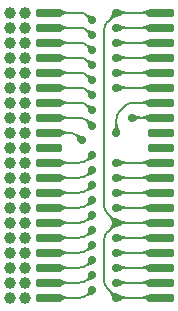
<source format=gbr>
G04 #@! TF.GenerationSoftware,KiCad,Pcbnew,7.0.6-0*
G04 #@! TF.CreationDate,2023-10-14T16:51:03-04:00*
G04 #@! TF.ProjectId,RAM Module,52414d20-4d6f-4647-956c-652e6b696361,1*
G04 #@! TF.SameCoordinates,Original*
G04 #@! TF.FileFunction,Copper,L1,Top*
G04 #@! TF.FilePolarity,Positive*
%FSLAX46Y46*%
G04 Gerber Fmt 4.6, Leading zero omitted, Abs format (unit mm)*
G04 Created by KiCad (PCBNEW 7.0.6-0) date 2023-10-14 16:51:03*
%MOMM*%
%LPD*%
G01*
G04 APERTURE LIST*
G04 Aperture macros list*
%AMRoundRect*
0 Rectangle with rounded corners*
0 $1 Rounding radius*
0 $2 $3 $4 $5 $6 $7 $8 $9 X,Y pos of 4 corners*
0 Add a 4 corners polygon primitive as box body*
4,1,4,$2,$3,$4,$5,$6,$7,$8,$9,$2,$3,0*
0 Add four circle primitives for the rounded corners*
1,1,$1+$1,$2,$3*
1,1,$1+$1,$4,$5*
1,1,$1+$1,$6,$7*
1,1,$1+$1,$8,$9*
0 Add four rect primitives between the rounded corners*
20,1,$1+$1,$2,$3,$4,$5,0*
20,1,$1+$1,$4,$5,$6,$7,0*
20,1,$1+$1,$6,$7,$8,$9,0*
20,1,$1+$1,$8,$9,$2,$3,0*%
G04 Aperture macros list end*
G04 #@! TA.AperFunction,ComponentPad*
%ADD10C,1.000000*%
G04 #@! TD*
G04 #@! TA.AperFunction,SMDPad,CuDef*
%ADD11RoundRect,0.290000X0.835000X0.072500X-0.835000X0.072500X-0.835000X-0.072500X0.835000X-0.072500X0*%
G04 #@! TD*
G04 #@! TA.AperFunction,ViaPad*
%ADD12C,0.700000*%
G04 #@! TD*
G04 #@! TA.AperFunction,Conductor*
%ADD13C,0.200000*%
G04 #@! TD*
G04 APERTURE END LIST*
D10*
X144730000Y-111080000D03*
X144730000Y-109810000D03*
X144730000Y-108540000D03*
X144730000Y-107270000D03*
X144730000Y-106000000D03*
X144730000Y-104730000D03*
X144730000Y-103460000D03*
X144730000Y-102190000D03*
X144730000Y-100920000D03*
X144730000Y-99650000D03*
X144730000Y-98380000D03*
X144730000Y-97110000D03*
X144730000Y-95840000D03*
X144730000Y-94570000D03*
X144730000Y-93300000D03*
X144730000Y-92030000D03*
X144730000Y-90760000D03*
X144730000Y-89490000D03*
X144730000Y-88220000D03*
X144730000Y-86950000D03*
X143460000Y-86950000D03*
X143460000Y-88220000D03*
X143460000Y-89490000D03*
X143460000Y-90760000D03*
X143460000Y-92030000D03*
X143460000Y-93300000D03*
X143460000Y-94570000D03*
X143460000Y-95840000D03*
X143460000Y-97110000D03*
X143460000Y-98380000D03*
X143460000Y-99650000D03*
X143460000Y-100920000D03*
X143460000Y-102190000D03*
X143460000Y-103460000D03*
X143460000Y-104730000D03*
X143460000Y-106000000D03*
X143460000Y-107270000D03*
X143460000Y-108540000D03*
X143460000Y-109810000D03*
X143460000Y-111080000D03*
D11*
X156190000Y-111080000D03*
X156190000Y-109810000D03*
X156190000Y-108540000D03*
X156190000Y-107270000D03*
X156190000Y-106000000D03*
X156190000Y-104730000D03*
X156190000Y-103460000D03*
X156190000Y-102190000D03*
X156190000Y-100920000D03*
X156190000Y-99650000D03*
X156190000Y-98380000D03*
X156190000Y-97110000D03*
X156190000Y-95840000D03*
X156190000Y-94570000D03*
X156190000Y-93300000D03*
X156190000Y-92030000D03*
X156190000Y-90760000D03*
X156190000Y-89490000D03*
X156190000Y-88220000D03*
X156190000Y-86950000D03*
X146740000Y-86950000D03*
X146740000Y-88220000D03*
X146740000Y-89490000D03*
X146740000Y-90760000D03*
X146740000Y-92030000D03*
X146740000Y-93300000D03*
X146740000Y-94570000D03*
X146740000Y-95840000D03*
X146740000Y-97110000D03*
X146740000Y-98380000D03*
X146740000Y-99650000D03*
X146740000Y-100920000D03*
X146740000Y-102190000D03*
X146740000Y-103460000D03*
X146740000Y-104730000D03*
X146740000Y-106000000D03*
X146740000Y-107270000D03*
X146740000Y-108540000D03*
X146740000Y-109810000D03*
X146740000Y-111080000D03*
D12*
X152460000Y-104730000D03*
X152460000Y-111080000D03*
X152460000Y-86950000D03*
X152460000Y-109810000D03*
X152460000Y-108540000D03*
X152460000Y-107270000D03*
X152460000Y-106000000D03*
X152460000Y-103460000D03*
X152460000Y-102190000D03*
X152460000Y-100920000D03*
X152460000Y-99650000D03*
X152460000Y-97100000D03*
X153750000Y-95840000D03*
X152460000Y-92030000D03*
X152460000Y-90760000D03*
X152460000Y-89490000D03*
X152460000Y-88220000D03*
X152460000Y-93300000D03*
X150380000Y-104100000D03*
X150380000Y-87580000D03*
X150380000Y-110450000D03*
X150380000Y-88850000D03*
X150380000Y-90120000D03*
X150380000Y-91390000D03*
X150380000Y-92660000D03*
X150380000Y-93940000D03*
X150380000Y-95210000D03*
X150380000Y-96520000D03*
X149510000Y-97750000D03*
X150380000Y-99010000D03*
X150380000Y-100280000D03*
X150380000Y-101550000D03*
X150380000Y-102820000D03*
X150380000Y-105360000D03*
X150380000Y-106630000D03*
X150380000Y-107900000D03*
X150380000Y-109170000D03*
D13*
X151410000Y-106194214D02*
X151410000Y-109615786D01*
X151702893Y-110322893D02*
X152460000Y-111080000D01*
X152460000Y-104730000D02*
X156190000Y-104730000D01*
X151702893Y-103972893D02*
X152460000Y-104730000D01*
X151410000Y-88414214D02*
X151410000Y-103265786D01*
X152460000Y-111080000D02*
X156190000Y-111080000D01*
X152460000Y-86950000D02*
X156190000Y-86950000D01*
X152460000Y-104730000D02*
X151702893Y-105487107D01*
X152460000Y-86950000D02*
X151702893Y-87707107D01*
X151410010Y-103265786D02*
G75*
G03*
X151702893Y-103972893I999990J-14D01*
G01*
X151410010Y-109615786D02*
G75*
G03*
X151702893Y-110322893I999990J-14D01*
G01*
X151702886Y-105487100D02*
G75*
G03*
X151410000Y-106194214I707114J-707100D01*
G01*
X151702886Y-87707100D02*
G75*
G03*
X151410000Y-88414214I707114J-707100D01*
G01*
X152460000Y-109810000D02*
X156190000Y-109810000D01*
X156190000Y-108540000D02*
X152460000Y-108540000D01*
X156190000Y-107270000D02*
X152460000Y-107270000D01*
X156190000Y-106000000D02*
X152460000Y-106000000D01*
X152460000Y-103460000D02*
X156190000Y-103460000D01*
X156190000Y-102190000D02*
X152460000Y-102190000D01*
X156190000Y-100920000D02*
X152460000Y-100920000D01*
X156190000Y-99650000D02*
X152460000Y-99650000D01*
X153854214Y-94570000D02*
X156190000Y-94570000D01*
X152460000Y-97100000D02*
X152460000Y-95964214D01*
X152752893Y-95257107D02*
X153147107Y-94862893D01*
X152752886Y-95257100D02*
G75*
G03*
X152460000Y-95964214I707114J-707100D01*
G01*
X153854214Y-94570010D02*
G75*
G03*
X153147107Y-94862893I-14J-999990D01*
G01*
X153750000Y-95840000D02*
X156190000Y-95840000D01*
X152460000Y-92030000D02*
X156190000Y-92030000D01*
X152460000Y-90760000D02*
X156190000Y-90760000D01*
X152460000Y-89490000D02*
X156190000Y-89490000D01*
X152460000Y-88220000D02*
X156190000Y-88220000D01*
X150052893Y-110787107D02*
X150390000Y-110450000D01*
X150042893Y-87242893D02*
X150380000Y-87580000D01*
X146740000Y-104730000D02*
X149335786Y-104730000D01*
X152460000Y-93300000D02*
X156190000Y-93300000D01*
X146740000Y-86950000D02*
X149335786Y-86950000D01*
X146740000Y-111080000D02*
X149345786Y-111080000D01*
X150042893Y-104437107D02*
X150380000Y-104100000D01*
X149335786Y-104729990D02*
G75*
G03*
X150042893Y-104437107I14J999990D01*
G01*
X149345786Y-111079990D02*
G75*
G03*
X150052893Y-110787107I14J999990D01*
G01*
X150042900Y-87242886D02*
G75*
G03*
X149335786Y-86950000I-707100J-707114D01*
G01*
X150380000Y-88850000D02*
X150042893Y-88512893D01*
X149335786Y-88220000D02*
X146740000Y-88220000D01*
X150042900Y-88512886D02*
G75*
G03*
X149335786Y-88220000I-707100J-707114D01*
G01*
X150390000Y-90120000D02*
X150052893Y-89782893D01*
X149345786Y-89490000D02*
X146740000Y-89490000D01*
X150052900Y-89782886D02*
G75*
G03*
X149345786Y-89490000I-707100J-707114D01*
G01*
X149335786Y-90760000D02*
X146740000Y-90760000D01*
X150380000Y-91390000D02*
X150042893Y-91052893D01*
X150042900Y-91052886D02*
G75*
G03*
X149335786Y-90760000I-707100J-707114D01*
G01*
X150370000Y-92660000D02*
X150032893Y-92322893D01*
X149325786Y-92030000D02*
X146740000Y-92030000D01*
X150032900Y-92322886D02*
G75*
G03*
X149325786Y-92030000I-707100J-707114D01*
G01*
X150380000Y-93940000D02*
X150032893Y-93592893D01*
X149325786Y-93300000D02*
X146740000Y-93300000D01*
X150032900Y-93592886D02*
G75*
G03*
X149325786Y-93300000I-707100J-707114D01*
G01*
X149325786Y-94570000D02*
X146740000Y-94570000D01*
X150380000Y-95210000D02*
X150032893Y-94862893D01*
X150032900Y-94862886D02*
G75*
G03*
X149325786Y-94570000I-707100J-707114D01*
G01*
X149285786Y-95840000D02*
X146740000Y-95840000D01*
X150380000Y-96520000D02*
X149992893Y-96132893D01*
X149992900Y-96132886D02*
G75*
G03*
X149285786Y-95840000I-707100J-707114D01*
G01*
X149510000Y-97750000D02*
X149162893Y-97402893D01*
X148455786Y-97110000D02*
X146740000Y-97110000D01*
X149162900Y-97402886D02*
G75*
G03*
X148455786Y-97110000I-707100J-707114D01*
G01*
X149325786Y-99650000D02*
X146740000Y-99650000D01*
X150380000Y-99010000D02*
X150032893Y-99357107D01*
X149325786Y-99649990D02*
G75*
G03*
X150032893Y-99357107I14J999990D01*
G01*
X150032893Y-100627107D02*
X150380000Y-100280000D01*
X146740000Y-100920000D02*
X149325786Y-100920000D01*
X149325786Y-100919990D02*
G75*
G03*
X150032893Y-100627107I14J999990D01*
G01*
X146740000Y-102190000D02*
X149325786Y-102190000D01*
X150032893Y-101897107D02*
X150380000Y-101550000D01*
X149325786Y-102189990D02*
G75*
G03*
X150032893Y-101897107I14J999990D01*
G01*
X146740000Y-103460000D02*
X149325786Y-103460000D01*
X150032893Y-103167107D02*
X150380000Y-102820000D01*
X149325786Y-103459990D02*
G75*
G03*
X150032893Y-103167107I14J999990D01*
G01*
X150032893Y-105707107D02*
X150355000Y-105385000D01*
X146740000Y-106000000D02*
X149325786Y-106000000D01*
X150355000Y-105385000D02*
X150380000Y-105360000D01*
X149325786Y-105999990D02*
G75*
G03*
X150032893Y-105707107I14J999990D01*
G01*
X150032893Y-106977107D02*
X150380000Y-106630000D01*
X146740000Y-107270000D02*
X149325786Y-107270000D01*
X149325786Y-107269990D02*
G75*
G03*
X150032893Y-106977107I14J999990D01*
G01*
X150032893Y-108247107D02*
X150380000Y-107900000D01*
X146740000Y-108540000D02*
X149325786Y-108540000D01*
X149325786Y-108539990D02*
G75*
G03*
X150032893Y-108247107I14J999990D01*
G01*
X150032893Y-109517107D02*
X150380000Y-109170000D01*
X146740000Y-109810000D02*
X149325786Y-109810000D01*
X149325786Y-109809990D02*
G75*
G03*
X150032893Y-109517107I14J999990D01*
G01*
G04 #@! TA.AperFunction,Conductor*
G36*
X153894442Y-95521853D02*
G01*
X153895102Y-95522153D01*
X154021265Y-95584445D01*
X154021807Y-95584751D01*
X154117000Y-95645564D01*
X154117001Y-95645564D01*
X154200256Y-95694909D01*
X154200259Y-95694909D01*
X154200261Y-95694911D01*
X154268922Y-95717366D01*
X154301273Y-95727947D01*
X154301274Y-95727947D01*
X154301277Y-95727948D01*
X154439246Y-95739128D01*
X154447214Y-95743212D01*
X154450000Y-95750790D01*
X154450000Y-95929209D01*
X154446573Y-95937482D01*
X154439245Y-95940871D01*
X154301272Y-95952051D01*
X154200263Y-95985086D01*
X154200256Y-95985088D01*
X154117001Y-96034434D01*
X154021814Y-96095243D01*
X154021254Y-96095559D01*
X153895116Y-96157839D01*
X153886181Y-96158429D01*
X153879445Y-96152528D01*
X153879138Y-96151854D01*
X153809545Y-95985087D01*
X153750880Y-95844505D01*
X153750857Y-95835550D01*
X153750856Y-95835550D01*
X153879139Y-95528143D01*
X153885487Y-95521830D01*
X153894442Y-95521853D01*
G37*
G04 #@! TD.AperFunction*
G04 #@! TA.AperFunction,Conductor*
G36*
X155249886Y-95501683D02*
G01*
X156160372Y-95828990D01*
X156166998Y-95835013D01*
X156167424Y-95843958D01*
X156161401Y-95850584D01*
X156160372Y-95851010D01*
X155249886Y-96178316D01*
X155240941Y-96177890D01*
X155239000Y-96176734D01*
X155135715Y-96100837D01*
X155027426Y-96037011D01*
X155027409Y-96037002D01*
X154919114Y-95988922D01*
X154919105Y-95988919D01*
X154810805Y-95956584D01*
X154712429Y-95941520D01*
X154704770Y-95936881D01*
X154702500Y-95929955D01*
X154702500Y-95750044D01*
X154705927Y-95741771D01*
X154712427Y-95738479D01*
X154785537Y-95727283D01*
X154810805Y-95723414D01*
X154837879Y-95715330D01*
X154919108Y-95691079D01*
X155027413Y-95642995D01*
X155135717Y-95579160D01*
X155239000Y-95503264D01*
X155247696Y-95501127D01*
X155249886Y-95501683D01*
G37*
G04 #@! TD.AperFunction*
G04 #@! TA.AperFunction,Conductor*
G36*
X150069009Y-105231149D02*
G01*
X150376316Y-105357587D01*
X150382663Y-105363904D01*
X150382686Y-105363960D01*
X150509229Y-105671897D01*
X150509204Y-105680852D01*
X150502854Y-105687166D01*
X150502228Y-105687403D01*
X150390277Y-105726081D01*
X150389608Y-105726268D01*
X150297188Y-105746353D01*
X150216785Y-105762591D01*
X150216769Y-105762595D01*
X150129851Y-105793670D01*
X150129844Y-105793673D01*
X150027019Y-105852886D01*
X150018139Y-105854045D01*
X150011452Y-105849247D01*
X149911952Y-105700331D01*
X149910205Y-105691548D01*
X149913704Y-105685272D01*
X149991213Y-105613078D01*
X150020251Y-105534408D01*
X150021915Y-105448626D01*
X150024549Y-105349662D01*
X150024928Y-105347007D01*
X150053248Y-105239004D01*
X150058661Y-105231871D01*
X150067533Y-105230655D01*
X150069009Y-105231149D01*
G37*
G04 #@! TD.AperFunction*
G04 #@! TA.AperFunction,Conductor*
G36*
X150069009Y-101421149D02*
G01*
X150376316Y-101547587D01*
X150382663Y-101553904D01*
X150382686Y-101553960D01*
X150509229Y-101861897D01*
X150509204Y-101870852D01*
X150502854Y-101877166D01*
X150502228Y-101877403D01*
X150390277Y-101916081D01*
X150389608Y-101916268D01*
X150297188Y-101936353D01*
X150216785Y-101952591D01*
X150216769Y-101952595D01*
X150129851Y-101983670D01*
X150129844Y-101983673D01*
X150027019Y-102042886D01*
X150018139Y-102044045D01*
X150011452Y-102039247D01*
X149911952Y-101890331D01*
X149910205Y-101881548D01*
X149913704Y-101875272D01*
X149991213Y-101803078D01*
X150020251Y-101724408D01*
X150021915Y-101638626D01*
X150024549Y-101539662D01*
X150024928Y-101537007D01*
X150053248Y-101429004D01*
X150058661Y-101421871D01*
X150067533Y-101420655D01*
X150069009Y-101421149D01*
G37*
G04 #@! TD.AperFunction*
G04 #@! TA.AperFunction,Conductor*
G36*
X155249885Y-100581682D02*
G01*
X156160373Y-100908990D01*
X156166998Y-100915012D01*
X156167424Y-100923957D01*
X156161401Y-100930583D01*
X156160372Y-100931009D01*
X155249886Y-101258316D01*
X155240941Y-101257890D01*
X155239000Y-101256734D01*
X155135715Y-101180837D01*
X155027426Y-101117011D01*
X155027409Y-101117002D01*
X154919114Y-101068922D01*
X154919105Y-101068919D01*
X154810805Y-101036584D01*
X154712429Y-101021520D01*
X154704770Y-101016881D01*
X154702500Y-101009955D01*
X154702500Y-100830044D01*
X154705927Y-100821771D01*
X154712427Y-100818479D01*
X154785537Y-100807283D01*
X154810805Y-100803414D01*
X154837879Y-100795330D01*
X154919108Y-100771079D01*
X155027413Y-100722995D01*
X155135717Y-100659160D01*
X155239000Y-100583264D01*
X155247696Y-100581127D01*
X155249885Y-100581682D01*
G37*
G04 #@! TD.AperFunction*
G04 #@! TA.AperFunction,Conductor*
G36*
X155249886Y-87881683D02*
G01*
X156160372Y-88208990D01*
X156166998Y-88215013D01*
X156167424Y-88223958D01*
X156161401Y-88230584D01*
X156160372Y-88231010D01*
X155249886Y-88558316D01*
X155240941Y-88557890D01*
X155239000Y-88556734D01*
X155135715Y-88480837D01*
X155027426Y-88417011D01*
X155027409Y-88417002D01*
X154919114Y-88368922D01*
X154919105Y-88368919D01*
X154810805Y-88336584D01*
X154712429Y-88321520D01*
X154704770Y-88316881D01*
X154702500Y-88309955D01*
X154702500Y-88130044D01*
X154705927Y-88121771D01*
X154712427Y-88118479D01*
X154785537Y-88107283D01*
X154810805Y-88103414D01*
X154837879Y-88095330D01*
X154919108Y-88071079D01*
X155027413Y-88022995D01*
X155135717Y-87959160D01*
X155239000Y-87883264D01*
X155247696Y-87881127D01*
X155249886Y-87881683D01*
G37*
G04 #@! TD.AperFunction*
G04 #@! TA.AperFunction,Conductor*
G36*
X147689058Y-89152109D02*
G01*
X147690999Y-89153265D01*
X147794283Y-89229161D01*
X147902572Y-89292987D01*
X147902586Y-89292995D01*
X148010891Y-89341079D01*
X148065043Y-89357246D01*
X148119193Y-89373414D01*
X148158661Y-89379458D01*
X148217572Y-89388479D01*
X148225230Y-89393118D01*
X148227500Y-89400044D01*
X148227500Y-89579955D01*
X148224073Y-89588228D01*
X148217571Y-89591520D01*
X148119193Y-89606584D01*
X148010893Y-89638919D01*
X148010884Y-89638922D01*
X147902589Y-89687002D01*
X147902572Y-89687011D01*
X147794283Y-89750837D01*
X147690999Y-89826734D01*
X147682303Y-89828872D01*
X147680113Y-89828316D01*
X146769627Y-89501010D01*
X146763001Y-89494987D01*
X146762575Y-89486042D01*
X146768598Y-89479416D01*
X146769627Y-89478990D01*
X146989235Y-89400044D01*
X147680113Y-89151683D01*
X147689058Y-89152109D01*
G37*
G04 #@! TD.AperFunction*
G04 #@! TA.AperFunction,Conductor*
G36*
X147689058Y-106932109D02*
G01*
X147690999Y-106933265D01*
X147794283Y-107009161D01*
X147902572Y-107072987D01*
X147902586Y-107072995D01*
X148010891Y-107121079D01*
X148065043Y-107137246D01*
X148119193Y-107153414D01*
X148158661Y-107159458D01*
X148217572Y-107168479D01*
X148225230Y-107173118D01*
X148227500Y-107180044D01*
X148227500Y-107359955D01*
X148224073Y-107368228D01*
X148217571Y-107371520D01*
X148119193Y-107386584D01*
X148010893Y-107418919D01*
X148010884Y-107418922D01*
X147902589Y-107467002D01*
X147902572Y-107467011D01*
X147794283Y-107530837D01*
X147690999Y-107606734D01*
X147682303Y-107608872D01*
X147680113Y-107608316D01*
X146769627Y-107281010D01*
X146763001Y-107274987D01*
X146762575Y-107266042D01*
X146768598Y-107259416D01*
X146769627Y-107258990D01*
X146989235Y-107180044D01*
X147680113Y-106931683D01*
X147689058Y-106932109D01*
G37*
G04 #@! TD.AperFunction*
G04 #@! TA.AperFunction,Conductor*
G36*
X149157019Y-97257113D02*
G01*
X149168456Y-97263699D01*
X149259845Y-97316325D01*
X149346774Y-97347404D01*
X149427187Y-97363644D01*
X149427188Y-97363645D01*
X149519608Y-97383730D01*
X149520277Y-97383917D01*
X149632228Y-97422596D01*
X149638928Y-97428537D01*
X149639466Y-97437476D01*
X149639229Y-97438102D01*
X149512686Y-97746039D01*
X149506372Y-97752389D01*
X149506316Y-97752412D01*
X149199017Y-97878847D01*
X149190062Y-97878826D01*
X149183745Y-97872479D01*
X149183248Y-97870995D01*
X149154928Y-97762990D01*
X149154549Y-97760333D01*
X149151915Y-97661372D01*
X149150251Y-97575591D01*
X149121214Y-97496922D01*
X149121211Y-97496918D01*
X149043706Y-97424728D01*
X149039987Y-97416582D01*
X149041951Y-97409669D01*
X149141453Y-97260750D01*
X149148897Y-97255777D01*
X149157019Y-97257113D01*
G37*
G04 #@! TD.AperFunction*
G04 #@! TA.AperFunction,Conductor*
G36*
X150069009Y-98881149D02*
G01*
X150376316Y-99007587D01*
X150382663Y-99013904D01*
X150382686Y-99013960D01*
X150509229Y-99321897D01*
X150509204Y-99330852D01*
X150502854Y-99337166D01*
X150502228Y-99337403D01*
X150390277Y-99376081D01*
X150389608Y-99376268D01*
X150297188Y-99396353D01*
X150216785Y-99412591D01*
X150216769Y-99412595D01*
X150129851Y-99443670D01*
X150129844Y-99443673D01*
X150027019Y-99502886D01*
X150018139Y-99504045D01*
X150011452Y-99499247D01*
X149911952Y-99350331D01*
X149910205Y-99341548D01*
X149913704Y-99335272D01*
X149991213Y-99263078D01*
X150020251Y-99184408D01*
X150021915Y-99098626D01*
X150024549Y-98999662D01*
X150024928Y-98997007D01*
X150053248Y-98889004D01*
X150058661Y-98881871D01*
X150067533Y-98880655D01*
X150069009Y-98881149D01*
G37*
G04 #@! TD.AperFunction*
G04 #@! TA.AperFunction,Conductor*
G36*
X147689058Y-104392109D02*
G01*
X147690999Y-104393265D01*
X147794283Y-104469161D01*
X147902572Y-104532987D01*
X147902586Y-104532995D01*
X148010891Y-104581079D01*
X148065043Y-104597246D01*
X148119193Y-104613414D01*
X148158661Y-104619458D01*
X148217572Y-104628479D01*
X148225230Y-104633118D01*
X148227500Y-104640044D01*
X148227500Y-104819955D01*
X148224073Y-104828228D01*
X148217571Y-104831520D01*
X148119193Y-104846584D01*
X148010893Y-104878919D01*
X148010884Y-104878922D01*
X147902589Y-104927002D01*
X147902572Y-104927011D01*
X147794283Y-104990837D01*
X147690999Y-105066734D01*
X147682303Y-105068872D01*
X147680113Y-105068316D01*
X146769627Y-104741010D01*
X146763001Y-104734987D01*
X146762575Y-104726042D01*
X146768598Y-104719416D01*
X146769627Y-104718990D01*
X146989235Y-104640044D01*
X147680113Y-104391683D01*
X147689058Y-104392109D01*
G37*
G04 #@! TD.AperFunction*
G04 #@! TA.AperFunction,Conductor*
G36*
X152604442Y-110761853D02*
G01*
X152605102Y-110762153D01*
X152731265Y-110824445D01*
X152731807Y-110824751D01*
X152827001Y-110885563D01*
X152827001Y-110885564D01*
X152910256Y-110934909D01*
X152910259Y-110934909D01*
X152910261Y-110934911D01*
X152978922Y-110957366D01*
X153011273Y-110967947D01*
X153011274Y-110967947D01*
X153011277Y-110967948D01*
X153149246Y-110979128D01*
X153157214Y-110983212D01*
X153160000Y-110990790D01*
X153160000Y-111169209D01*
X153156573Y-111177482D01*
X153149245Y-111180871D01*
X153011272Y-111192051D01*
X152910263Y-111225086D01*
X152910256Y-111225088D01*
X152827001Y-111274434D01*
X152731814Y-111335243D01*
X152731254Y-111335559D01*
X152605116Y-111397839D01*
X152596181Y-111398429D01*
X152589445Y-111392528D01*
X152589138Y-111391854D01*
X152519545Y-111225087D01*
X152460880Y-111084505D01*
X152460857Y-111075550D01*
X152460856Y-111075550D01*
X152589139Y-110768143D01*
X152595487Y-110761830D01*
X152604442Y-110761853D01*
G37*
G04 #@! TD.AperFunction*
G04 #@! TA.AperFunction,Conductor*
G36*
X147689058Y-90422109D02*
G01*
X147690999Y-90423265D01*
X147794283Y-90499161D01*
X147902572Y-90562987D01*
X147902586Y-90562995D01*
X148010891Y-90611079D01*
X148065043Y-90627246D01*
X148119193Y-90643414D01*
X148158661Y-90649458D01*
X148217572Y-90658479D01*
X148225230Y-90663118D01*
X148227500Y-90670044D01*
X148227500Y-90849955D01*
X148224073Y-90858228D01*
X148217571Y-90861520D01*
X148119193Y-90876584D01*
X148010893Y-90908919D01*
X148010884Y-90908922D01*
X147902589Y-90957002D01*
X147902572Y-90957011D01*
X147794283Y-91020837D01*
X147690999Y-91096734D01*
X147682303Y-91098872D01*
X147680113Y-91098316D01*
X146769627Y-90771010D01*
X146763001Y-90764987D01*
X146762575Y-90756042D01*
X146768598Y-90749416D01*
X146769627Y-90748990D01*
X146989235Y-90670044D01*
X147680113Y-90421683D01*
X147689058Y-90422109D01*
G37*
G04 #@! TD.AperFunction*
G04 #@! TA.AperFunction,Conductor*
G36*
X150027019Y-94717113D02*
G01*
X150038456Y-94723699D01*
X150129845Y-94776325D01*
X150216774Y-94807404D01*
X150297188Y-94823644D01*
X150297188Y-94823645D01*
X150389608Y-94843730D01*
X150390277Y-94843917D01*
X150502228Y-94882596D01*
X150508928Y-94888537D01*
X150509466Y-94897476D01*
X150509229Y-94898102D01*
X150382686Y-95206039D01*
X150376372Y-95212389D01*
X150376316Y-95212412D01*
X150069017Y-95338847D01*
X150060062Y-95338826D01*
X150053745Y-95332479D01*
X150053248Y-95330995D01*
X150024928Y-95222990D01*
X150024549Y-95220333D01*
X150021915Y-95121372D01*
X150020251Y-95035591D01*
X149991214Y-94956922D01*
X149991211Y-94956918D01*
X149913706Y-94884728D01*
X149909987Y-94876582D01*
X149911951Y-94869669D01*
X150011453Y-94720750D01*
X150018897Y-94715777D01*
X150027019Y-94717113D01*
G37*
G04 #@! TD.AperFunction*
G04 #@! TA.AperFunction,Conductor*
G36*
X152043956Y-110521302D02*
G01*
X152149420Y-110610955D01*
X152244209Y-110659023D01*
X152337976Y-110683004D01*
X152448285Y-110707313D01*
X152448898Y-110707485D01*
X152582134Y-110752641D01*
X152588869Y-110758542D01*
X152589459Y-110767478D01*
X152589199Y-110768171D01*
X152462563Y-111076191D01*
X152456248Y-111082540D01*
X152456191Y-111082563D01*
X152148171Y-111209199D01*
X152139216Y-111209176D01*
X152132901Y-111202827D01*
X152132641Y-111202134D01*
X152087485Y-111068898D01*
X152087312Y-111068279D01*
X152063004Y-110957976D01*
X152039023Y-110864209D01*
X151990955Y-110769420D01*
X151901302Y-110663956D01*
X151898555Y-110655435D01*
X151901943Y-110648108D01*
X152028108Y-110521943D01*
X152036380Y-110518517D01*
X152043956Y-110521302D01*
G37*
G04 #@! TD.AperFunction*
G04 #@! TA.AperFunction,Conductor*
G36*
X152604442Y-87901853D02*
G01*
X152605102Y-87902153D01*
X152731265Y-87964445D01*
X152731807Y-87964751D01*
X152827001Y-88025564D01*
X152910256Y-88074909D01*
X152910259Y-88074909D01*
X152910261Y-88074911D01*
X152978922Y-88097366D01*
X153011273Y-88107947D01*
X153011274Y-88107947D01*
X153011277Y-88107948D01*
X153149246Y-88119128D01*
X153157214Y-88123212D01*
X153160000Y-88130790D01*
X153160000Y-88309209D01*
X153156573Y-88317482D01*
X153149245Y-88320871D01*
X153011272Y-88332051D01*
X152910263Y-88365086D01*
X152910256Y-88365088D01*
X152827001Y-88414434D01*
X152731814Y-88475243D01*
X152731254Y-88475559D01*
X152605116Y-88537839D01*
X152596181Y-88538429D01*
X152589445Y-88532528D01*
X152589138Y-88531854D01*
X152519545Y-88365087D01*
X152460880Y-88224505D01*
X152460857Y-88215550D01*
X152460856Y-88215550D01*
X152589139Y-87908143D01*
X152595487Y-87901830D01*
X152604442Y-87901853D01*
G37*
G04 #@! TD.AperFunction*
G04 #@! TA.AperFunction,Conductor*
G36*
X152604442Y-89171853D02*
G01*
X152605102Y-89172153D01*
X152731265Y-89234445D01*
X152731807Y-89234751D01*
X152827001Y-89295564D01*
X152910256Y-89344909D01*
X152910259Y-89344909D01*
X152910261Y-89344911D01*
X152978922Y-89367366D01*
X153011273Y-89377947D01*
X153011274Y-89377947D01*
X153011277Y-89377948D01*
X153149246Y-89389128D01*
X153157214Y-89393212D01*
X153160000Y-89400790D01*
X153160000Y-89579209D01*
X153156573Y-89587482D01*
X153149245Y-89590871D01*
X153011272Y-89602051D01*
X152910263Y-89635086D01*
X152910256Y-89635088D01*
X152827001Y-89684434D01*
X152731814Y-89745243D01*
X152731254Y-89745559D01*
X152605116Y-89807839D01*
X152596181Y-89808429D01*
X152589445Y-89802528D01*
X152589138Y-89801854D01*
X152519546Y-89635088D01*
X152460879Y-89494505D01*
X152460857Y-89485551D01*
X152460880Y-89485494D01*
X152589139Y-89178143D01*
X152595487Y-89171830D01*
X152604442Y-89171853D01*
G37*
G04 #@! TD.AperFunction*
G04 #@! TA.AperFunction,Conductor*
G36*
X152604442Y-99331853D02*
G01*
X152605102Y-99332153D01*
X152731265Y-99394445D01*
X152731807Y-99394751D01*
X152827000Y-99455564D01*
X152827001Y-99455564D01*
X152910256Y-99504909D01*
X152910259Y-99504909D01*
X152910261Y-99504911D01*
X152978922Y-99527366D01*
X153011273Y-99537947D01*
X153011274Y-99537947D01*
X153011277Y-99537948D01*
X153149246Y-99549128D01*
X153157214Y-99553212D01*
X153160000Y-99560790D01*
X153160000Y-99739209D01*
X153156573Y-99747482D01*
X153149245Y-99750871D01*
X153011272Y-99762051D01*
X152910263Y-99795086D01*
X152910256Y-99795088D01*
X152827001Y-99844434D01*
X152731814Y-99905243D01*
X152731254Y-99905559D01*
X152605116Y-99967839D01*
X152596181Y-99968429D01*
X152589445Y-99962528D01*
X152589138Y-99961854D01*
X152519545Y-99795087D01*
X152460880Y-99654505D01*
X152460857Y-99645550D01*
X152460856Y-99645550D01*
X152589139Y-99338143D01*
X152595487Y-99331830D01*
X152604442Y-99331853D01*
G37*
G04 #@! TD.AperFunction*
G04 #@! TA.AperFunction,Conductor*
G36*
X147689058Y-99312109D02*
G01*
X147690999Y-99313265D01*
X147794283Y-99389161D01*
X147902572Y-99452987D01*
X147902586Y-99452995D01*
X148010891Y-99501079D01*
X148065043Y-99517246D01*
X148119193Y-99533414D01*
X148158661Y-99539458D01*
X148217572Y-99548479D01*
X148225230Y-99553118D01*
X148227500Y-99560044D01*
X148227500Y-99739955D01*
X148224073Y-99748228D01*
X148217571Y-99751520D01*
X148119193Y-99766584D01*
X148010893Y-99798919D01*
X148010884Y-99798922D01*
X147902589Y-99847002D01*
X147902572Y-99847011D01*
X147794283Y-99910837D01*
X147690999Y-99986734D01*
X147682303Y-99988872D01*
X147680113Y-99988316D01*
X146769627Y-99661010D01*
X146763001Y-99654987D01*
X146762575Y-99646042D01*
X146768598Y-99639416D01*
X146769627Y-99638990D01*
X146989235Y-99560044D01*
X147680113Y-99311683D01*
X147689058Y-99312109D01*
G37*
G04 #@! TD.AperFunction*
G04 #@! TA.AperFunction,Conductor*
G36*
X150039084Y-89631807D02*
G01*
X150139160Y-89689391D01*
X150139164Y-89689392D01*
X150139165Y-89689393D01*
X150223991Y-89719609D01*
X150302467Y-89735333D01*
X150302468Y-89735333D01*
X150392644Y-89754825D01*
X150393314Y-89755012D01*
X150502224Y-89792598D01*
X150508926Y-89798536D01*
X150509466Y-89807475D01*
X150509228Y-89808105D01*
X150382686Y-90116039D01*
X150376372Y-90122389D01*
X150376316Y-90122412D01*
X150069122Y-90248803D01*
X150060167Y-90248782D01*
X150053850Y-90242435D01*
X150053328Y-90240855D01*
X150026465Y-90134786D01*
X150026107Y-90131943D01*
X150026083Y-90122412D01*
X150025863Y-90033991D01*
X150027066Y-89948741D01*
X150027065Y-89948740D01*
X150027066Y-89948739D01*
X150000885Y-89870628D01*
X149925660Y-89799430D01*
X149922007Y-89791255D01*
X149923975Y-89784433D01*
X149943633Y-89755013D01*
X150023521Y-89635447D01*
X150030966Y-89630473D01*
X150039084Y-89631807D01*
G37*
G04 #@! TD.AperFunction*
G04 #@! TA.AperFunction,Conductor*
G36*
X155249886Y-89151683D02*
G01*
X156160372Y-89478990D01*
X156166998Y-89485013D01*
X156167424Y-89493958D01*
X156161401Y-89500584D01*
X156160372Y-89501010D01*
X155249886Y-89828316D01*
X155240941Y-89827890D01*
X155239000Y-89826734D01*
X155135715Y-89750837D01*
X155027426Y-89687011D01*
X155027409Y-89687002D01*
X154919114Y-89638922D01*
X154919105Y-89638919D01*
X154810805Y-89606584D01*
X154712429Y-89591520D01*
X154704770Y-89586881D01*
X154702500Y-89579955D01*
X154702500Y-89400044D01*
X154705927Y-89391771D01*
X154712427Y-89388479D01*
X154785537Y-89377283D01*
X154810805Y-89373414D01*
X154837879Y-89365330D01*
X154919108Y-89341079D01*
X155027413Y-89292995D01*
X155135717Y-89229160D01*
X155239000Y-89153264D01*
X155247696Y-89151127D01*
X155249886Y-89151683D01*
G37*
G04 #@! TD.AperFunction*
G04 #@! TA.AperFunction,Conductor*
G36*
X152604442Y-109491853D02*
G01*
X152605102Y-109492153D01*
X152731265Y-109554445D01*
X152731807Y-109554751D01*
X152827001Y-109615564D01*
X152910256Y-109664909D01*
X152910259Y-109664909D01*
X152910261Y-109664911D01*
X152978922Y-109687366D01*
X153011273Y-109697947D01*
X153011274Y-109697947D01*
X153011277Y-109697948D01*
X153149246Y-109709128D01*
X153157214Y-109713212D01*
X153160000Y-109720790D01*
X153160000Y-109899209D01*
X153156573Y-109907482D01*
X153149245Y-109910871D01*
X153011272Y-109922051D01*
X152910263Y-109955086D01*
X152910256Y-109955088D01*
X152827001Y-110004434D01*
X152731814Y-110065243D01*
X152731254Y-110065559D01*
X152605116Y-110127839D01*
X152596181Y-110128429D01*
X152589445Y-110122528D01*
X152589138Y-110121854D01*
X152519546Y-109955088D01*
X152460879Y-109814505D01*
X152460857Y-109805551D01*
X152460880Y-109805494D01*
X152589139Y-109498143D01*
X152595487Y-109491830D01*
X152604442Y-109491853D01*
G37*
G04 #@! TD.AperFunction*
G04 #@! TA.AperFunction,Conductor*
G36*
X150036998Y-88367039D02*
G01*
X150058130Y-88379069D01*
X150137339Y-88424162D01*
X150222662Y-88453059D01*
X150301722Y-88467198D01*
X150301723Y-88467199D01*
X150392371Y-88485366D01*
X150393099Y-88485561D01*
X150502150Y-88522634D01*
X150508880Y-88528541D01*
X150509461Y-88537477D01*
X150509206Y-88538158D01*
X150382686Y-88846039D01*
X150376372Y-88852389D01*
X150376316Y-88852412D01*
X150069085Y-88978819D01*
X150060130Y-88978798D01*
X150053813Y-88972451D01*
X150053300Y-88970905D01*
X150052961Y-88969585D01*
X150026395Y-88865975D01*
X150026030Y-88863206D01*
X150024970Y-88766392D01*
X150025170Y-88682234D01*
X149998401Y-88605099D01*
X149923631Y-88534730D01*
X149919956Y-88526566D01*
X149921922Y-88519712D01*
X150021483Y-88370705D01*
X150028927Y-88365732D01*
X150036998Y-88367039D01*
G37*
G04 #@! TD.AperFunction*
G04 #@! TA.AperFunction,Conductor*
G36*
X152604442Y-100601853D02*
G01*
X152605102Y-100602153D01*
X152731265Y-100664445D01*
X152731807Y-100664751D01*
X152827000Y-100725564D01*
X152827001Y-100725564D01*
X152910256Y-100774909D01*
X152910259Y-100774909D01*
X152910261Y-100774911D01*
X152978922Y-100797366D01*
X153011273Y-100807947D01*
X153011274Y-100807947D01*
X153011277Y-100807948D01*
X153149246Y-100819128D01*
X153157214Y-100823212D01*
X153160000Y-100830790D01*
X153160000Y-101009209D01*
X153156573Y-101017482D01*
X153149245Y-101020871D01*
X153011272Y-101032051D01*
X152910263Y-101065086D01*
X152910256Y-101065088D01*
X152827001Y-101114434D01*
X152731814Y-101175243D01*
X152731254Y-101175559D01*
X152605116Y-101237839D01*
X152596181Y-101238429D01*
X152589445Y-101232528D01*
X152589138Y-101231854D01*
X152519546Y-101065088D01*
X152460879Y-100924505D01*
X152460857Y-100915551D01*
X152460880Y-100915494D01*
X152589139Y-100608143D01*
X152595487Y-100601830D01*
X152604442Y-100601853D01*
G37*
G04 #@! TD.AperFunction*
G04 #@! TA.AperFunction,Conductor*
G36*
X147689058Y-94232109D02*
G01*
X147690999Y-94233265D01*
X147794283Y-94309161D01*
X147902572Y-94372987D01*
X147902586Y-94372995D01*
X148010891Y-94421079D01*
X148065043Y-94437246D01*
X148119193Y-94453414D01*
X148158661Y-94459458D01*
X148217572Y-94468479D01*
X148225230Y-94473118D01*
X148227500Y-94480044D01*
X148227500Y-94659955D01*
X148224073Y-94668228D01*
X148217571Y-94671520D01*
X148119193Y-94686584D01*
X148010893Y-94718919D01*
X148010884Y-94718922D01*
X147902589Y-94767002D01*
X147902572Y-94767011D01*
X147794283Y-94830837D01*
X147690999Y-94906734D01*
X147682303Y-94908872D01*
X147680113Y-94908316D01*
X146769627Y-94581010D01*
X146763001Y-94574987D01*
X146762575Y-94566042D01*
X146768598Y-94559416D01*
X146769627Y-94558990D01*
X146989235Y-94480044D01*
X147680113Y-94231683D01*
X147689058Y-94232109D01*
G37*
G04 #@! TD.AperFunction*
G04 #@! TA.AperFunction,Conductor*
G36*
X150069009Y-100151149D02*
G01*
X150376316Y-100277587D01*
X150382663Y-100283904D01*
X150382686Y-100283960D01*
X150509229Y-100591897D01*
X150509204Y-100600852D01*
X150502854Y-100607166D01*
X150502228Y-100607403D01*
X150390277Y-100646081D01*
X150389608Y-100646268D01*
X150297188Y-100666353D01*
X150216785Y-100682591D01*
X150216769Y-100682595D01*
X150129851Y-100713670D01*
X150129844Y-100713673D01*
X150027019Y-100772886D01*
X150018139Y-100774045D01*
X150011452Y-100769247D01*
X149911952Y-100620331D01*
X149910205Y-100611548D01*
X149913704Y-100605272D01*
X149991213Y-100533078D01*
X150020251Y-100454408D01*
X150021915Y-100368626D01*
X150024549Y-100269662D01*
X150024928Y-100267007D01*
X150053248Y-100159004D01*
X150058661Y-100151871D01*
X150067533Y-100150655D01*
X150069009Y-100151149D01*
G37*
G04 #@! TD.AperFunction*
G04 #@! TA.AperFunction,Conductor*
G36*
X155249886Y-99311683D02*
G01*
X156160372Y-99638990D01*
X156166998Y-99645013D01*
X156167424Y-99653958D01*
X156161401Y-99660584D01*
X156160372Y-99661010D01*
X155249886Y-99988316D01*
X155240941Y-99987890D01*
X155239000Y-99986734D01*
X155135715Y-99910837D01*
X155027426Y-99847011D01*
X155027409Y-99847002D01*
X154919114Y-99798922D01*
X154919105Y-99798919D01*
X154810805Y-99766584D01*
X154712429Y-99751520D01*
X154704770Y-99746881D01*
X154702500Y-99739955D01*
X154702500Y-99560044D01*
X154705927Y-99551771D01*
X154712427Y-99548479D01*
X154785537Y-99537283D01*
X154810805Y-99533414D01*
X154837879Y-99525330D01*
X154919108Y-99501079D01*
X155027413Y-99452995D01*
X155135717Y-99389160D01*
X155239000Y-99313264D01*
X155247696Y-99311127D01*
X155249886Y-99311683D01*
G37*
G04 #@! TD.AperFunction*
G04 #@! TA.AperFunction,Conductor*
G36*
X152604442Y-92981853D02*
G01*
X152605102Y-92982153D01*
X152731265Y-93044445D01*
X152731807Y-93044751D01*
X152827001Y-93105564D01*
X152910256Y-93154909D01*
X152910259Y-93154909D01*
X152910261Y-93154911D01*
X152978922Y-93177366D01*
X153011273Y-93187947D01*
X153011274Y-93187947D01*
X153011277Y-93187948D01*
X153149246Y-93199128D01*
X153157214Y-93203212D01*
X153160000Y-93210790D01*
X153160000Y-93389209D01*
X153156573Y-93397482D01*
X153149245Y-93400871D01*
X153011272Y-93412051D01*
X152910263Y-93445086D01*
X152910256Y-93445088D01*
X152827001Y-93494434D01*
X152731814Y-93555243D01*
X152731254Y-93555559D01*
X152605116Y-93617839D01*
X152596181Y-93618429D01*
X152589445Y-93612528D01*
X152589138Y-93611854D01*
X152519546Y-93445088D01*
X152460879Y-93304505D01*
X152460857Y-93295551D01*
X152460880Y-93295494D01*
X152589139Y-92988143D01*
X152595487Y-92981830D01*
X152604442Y-92981853D01*
G37*
G04 #@! TD.AperFunction*
G04 #@! TA.AperFunction,Conductor*
G36*
X147689058Y-103122109D02*
G01*
X147690999Y-103123265D01*
X147794283Y-103199161D01*
X147902572Y-103262987D01*
X147902586Y-103262995D01*
X148010891Y-103311079D01*
X148065043Y-103327246D01*
X148119193Y-103343414D01*
X148158661Y-103349458D01*
X148217572Y-103358479D01*
X148225230Y-103363118D01*
X148227500Y-103370044D01*
X148227500Y-103549955D01*
X148224073Y-103558228D01*
X148217571Y-103561520D01*
X148119193Y-103576584D01*
X148010893Y-103608919D01*
X148010884Y-103608922D01*
X147902589Y-103657002D01*
X147902572Y-103657011D01*
X147794283Y-103720837D01*
X147690999Y-103796734D01*
X147682303Y-103798872D01*
X147680113Y-103798316D01*
X146769627Y-103471010D01*
X146763001Y-103464987D01*
X146762575Y-103456042D01*
X146768598Y-103449416D01*
X146769627Y-103448990D01*
X146989235Y-103370044D01*
X147680113Y-103121683D01*
X147689058Y-103122109D01*
G37*
G04 #@! TD.AperFunction*
G04 #@! TA.AperFunction,Conductor*
G36*
X155249886Y-110741683D02*
G01*
X156160372Y-111068990D01*
X156166998Y-111075013D01*
X156167424Y-111083958D01*
X156161401Y-111090584D01*
X156160372Y-111091010D01*
X155249886Y-111418316D01*
X155240941Y-111417890D01*
X155239000Y-111416734D01*
X155135715Y-111340837D01*
X155027426Y-111277011D01*
X155027409Y-111277002D01*
X154919114Y-111228922D01*
X154919105Y-111228919D01*
X154810805Y-111196584D01*
X154712429Y-111181520D01*
X154704770Y-111176881D01*
X154702500Y-111169955D01*
X154702500Y-110990044D01*
X154705927Y-110981771D01*
X154712427Y-110978479D01*
X154785537Y-110967283D01*
X154810805Y-110963414D01*
X154837879Y-110955330D01*
X154919108Y-110931079D01*
X155027413Y-110882995D01*
X155135717Y-110819160D01*
X155239000Y-110743264D01*
X155247696Y-110741127D01*
X155249886Y-110741683D01*
G37*
G04 #@! TD.AperFunction*
G04 #@! TA.AperFunction,Conductor*
G36*
X147689058Y-108202109D02*
G01*
X147690999Y-108203265D01*
X147794283Y-108279161D01*
X147902572Y-108342987D01*
X147902586Y-108342995D01*
X148010891Y-108391079D01*
X148065043Y-108407246D01*
X148119193Y-108423414D01*
X148158661Y-108429458D01*
X148217572Y-108438479D01*
X148225230Y-108443118D01*
X148227500Y-108450044D01*
X148227500Y-108629955D01*
X148224073Y-108638228D01*
X148217571Y-108641520D01*
X148119193Y-108656584D01*
X148010893Y-108688919D01*
X148010884Y-108688922D01*
X147902589Y-108737002D01*
X147902572Y-108737011D01*
X147794283Y-108800837D01*
X147690999Y-108876734D01*
X147682303Y-108878872D01*
X147680113Y-108878316D01*
X146769627Y-108551010D01*
X146763001Y-108544987D01*
X146762575Y-108536042D01*
X146768598Y-108529416D01*
X146769627Y-108528990D01*
X146989235Y-108450044D01*
X147680113Y-108201683D01*
X147689058Y-108202109D01*
G37*
G04 #@! TD.AperFunction*
G04 #@! TA.AperFunction,Conductor*
G36*
X149987086Y-95987377D02*
G01*
X150099948Y-96055036D01*
X150193254Y-96094828D01*
X150278993Y-96119428D01*
X150378517Y-96147178D01*
X150378903Y-96147303D01*
X150502505Y-96192464D01*
X150509100Y-96198522D01*
X150509479Y-96207468D01*
X150509312Y-96207900D01*
X150382686Y-96516039D01*
X150376372Y-96522389D01*
X150376316Y-96522412D01*
X150068779Y-96648945D01*
X150059824Y-96648924D01*
X150053507Y-96642577D01*
X150053073Y-96641322D01*
X150019021Y-96520927D01*
X150018622Y-96518720D01*
X150009724Y-96411199D01*
X150000675Y-96319006D01*
X149962573Y-96234256D01*
X149873967Y-96154718D01*
X149870101Y-96146642D01*
X149872055Y-96139513D01*
X149971346Y-95990911D01*
X149978789Y-95985938D01*
X149987086Y-95987377D01*
G37*
G04 #@! TD.AperFunction*
G04 #@! TA.AperFunction,Conductor*
G36*
X155249886Y-106931683D02*
G01*
X156160372Y-107258990D01*
X156166998Y-107265013D01*
X156167424Y-107273958D01*
X156161401Y-107280584D01*
X156160372Y-107281010D01*
X155249886Y-107608316D01*
X155240941Y-107607890D01*
X155239000Y-107606734D01*
X155135715Y-107530837D01*
X155027426Y-107467011D01*
X155027409Y-107467002D01*
X154919114Y-107418922D01*
X154919105Y-107418919D01*
X154810805Y-107386584D01*
X154712429Y-107371520D01*
X154704770Y-107366881D01*
X154702500Y-107359955D01*
X154702500Y-107180044D01*
X154705927Y-107171771D01*
X154712427Y-107168479D01*
X154785537Y-107157283D01*
X154810805Y-107153414D01*
X154837879Y-107145330D01*
X154919108Y-107121079D01*
X155027413Y-107072995D01*
X155135717Y-107009160D01*
X155239000Y-106933264D01*
X155247696Y-106931127D01*
X155249886Y-106931683D01*
G37*
G04 #@! TD.AperFunction*
G04 #@! TA.AperFunction,Conductor*
G36*
X152557483Y-96403427D02*
G01*
X152560871Y-96410753D01*
X152567749Y-96495640D01*
X152572051Y-96548726D01*
X152605086Y-96649735D01*
X152605088Y-96649742D01*
X152654434Y-96732998D01*
X152715243Y-96828184D01*
X152715559Y-96828744D01*
X152777839Y-96954883D01*
X152778429Y-96963819D01*
X152772528Y-96970554D01*
X152771854Y-96970861D01*
X152464506Y-97099119D01*
X152455551Y-97099142D01*
X152455494Y-97099119D01*
X152148145Y-96970861D01*
X152141830Y-96964512D01*
X152141853Y-96955557D01*
X152142148Y-96954908D01*
X152204449Y-96828725D01*
X152204746Y-96828199D01*
X152265564Y-96732998D01*
X152314911Y-96649738D01*
X152347948Y-96548722D01*
X152359128Y-96410753D01*
X152363212Y-96402786D01*
X152370790Y-96400000D01*
X152549210Y-96400000D01*
X152557483Y-96403427D01*
G37*
G04 #@! TD.AperFunction*
G04 #@! TA.AperFunction,Conductor*
G36*
X147689058Y-95502109D02*
G01*
X147690999Y-95503265D01*
X147794283Y-95579161D01*
X147902572Y-95642987D01*
X147902586Y-95642995D01*
X148010891Y-95691079D01*
X148065043Y-95707246D01*
X148119193Y-95723414D01*
X148158661Y-95729458D01*
X148217572Y-95738479D01*
X148225230Y-95743118D01*
X148227500Y-95750044D01*
X148227500Y-95929955D01*
X148224073Y-95938228D01*
X148217571Y-95941520D01*
X148119193Y-95956584D01*
X148010893Y-95988919D01*
X148010884Y-95988922D01*
X147902589Y-96037002D01*
X147902572Y-96037011D01*
X147794283Y-96100837D01*
X147690999Y-96176734D01*
X147682303Y-96178872D01*
X147680113Y-96178316D01*
X146769627Y-95851010D01*
X146763001Y-95844987D01*
X146762575Y-95836042D01*
X146768598Y-95829416D01*
X146769627Y-95828990D01*
X146989235Y-95750044D01*
X147680113Y-95501683D01*
X147689058Y-95502109D01*
G37*
G04 #@! TD.AperFunction*
G04 #@! TA.AperFunction,Conductor*
G36*
X152604442Y-101871853D02*
G01*
X152605102Y-101872153D01*
X152731265Y-101934445D01*
X152731807Y-101934751D01*
X152827001Y-101995564D01*
X152910256Y-102044909D01*
X152910259Y-102044909D01*
X152910261Y-102044911D01*
X152978922Y-102067366D01*
X153011273Y-102077947D01*
X153011274Y-102077947D01*
X153011277Y-102077948D01*
X153149246Y-102089128D01*
X153157214Y-102093212D01*
X153160000Y-102100790D01*
X153160000Y-102279209D01*
X153156573Y-102287482D01*
X153149245Y-102290871D01*
X153011272Y-102302051D01*
X152910263Y-102335086D01*
X152910256Y-102335088D01*
X152827001Y-102384434D01*
X152731814Y-102445243D01*
X152731254Y-102445559D01*
X152605116Y-102507839D01*
X152596181Y-102508429D01*
X152589445Y-102502528D01*
X152589138Y-102501854D01*
X152519545Y-102335087D01*
X152460880Y-102194505D01*
X152460857Y-102185550D01*
X152460856Y-102185550D01*
X152589139Y-101878143D01*
X152595487Y-101871830D01*
X152604442Y-101871853D01*
G37*
G04 #@! TD.AperFunction*
G04 #@! TA.AperFunction,Conductor*
G36*
X147689058Y-109472109D02*
G01*
X147690999Y-109473265D01*
X147794283Y-109549161D01*
X147902572Y-109612987D01*
X147902586Y-109612995D01*
X148010891Y-109661079D01*
X148065043Y-109677246D01*
X148119193Y-109693414D01*
X148158661Y-109699458D01*
X148217572Y-109708479D01*
X148225230Y-109713118D01*
X148227500Y-109720044D01*
X148227500Y-109899955D01*
X148224073Y-109908228D01*
X148217571Y-109911520D01*
X148119193Y-109926584D01*
X148010893Y-109958919D01*
X148010884Y-109958922D01*
X147902589Y-110007002D01*
X147902572Y-110007011D01*
X147794283Y-110070837D01*
X147690999Y-110146734D01*
X147682303Y-110148872D01*
X147680113Y-110148316D01*
X146769627Y-109821009D01*
X146763001Y-109814986D01*
X146762575Y-109806041D01*
X146768598Y-109799415D01*
X146769608Y-109798996D01*
X147680113Y-109471683D01*
X147689058Y-109472109D01*
G37*
G04 #@! TD.AperFunction*
G04 #@! TA.AperFunction,Conductor*
G36*
X152604442Y-104411853D02*
G01*
X152605102Y-104412153D01*
X152731265Y-104474445D01*
X152731807Y-104474751D01*
X152827001Y-104535564D01*
X152910256Y-104584909D01*
X152910259Y-104584909D01*
X152910261Y-104584911D01*
X152978922Y-104607366D01*
X153011273Y-104617947D01*
X153011274Y-104617947D01*
X153011277Y-104617948D01*
X153149246Y-104629128D01*
X153157214Y-104633212D01*
X153160000Y-104640790D01*
X153160000Y-104819209D01*
X153156573Y-104827482D01*
X153149245Y-104830871D01*
X153011272Y-104842051D01*
X152910263Y-104875086D01*
X152910256Y-104875088D01*
X152827001Y-104924434D01*
X152731814Y-104985243D01*
X152731254Y-104985559D01*
X152605116Y-105047839D01*
X152596181Y-105048429D01*
X152589445Y-105042528D01*
X152589138Y-105041854D01*
X152519545Y-104875087D01*
X152460880Y-104734505D01*
X152460857Y-104725550D01*
X152460856Y-104725550D01*
X152589139Y-104418143D01*
X152595487Y-104411830D01*
X152604442Y-104411853D01*
G37*
G04 #@! TD.AperFunction*
G04 #@! TA.AperFunction,Conductor*
G36*
X147689058Y-100582109D02*
G01*
X147690999Y-100583265D01*
X147794283Y-100659161D01*
X147902572Y-100722987D01*
X147902586Y-100722995D01*
X148010891Y-100771079D01*
X148065043Y-100787246D01*
X148119193Y-100803414D01*
X148158661Y-100809458D01*
X148217572Y-100818479D01*
X148225230Y-100823118D01*
X148227500Y-100830044D01*
X148227500Y-101009955D01*
X148224073Y-101018228D01*
X148217571Y-101021520D01*
X148119193Y-101036584D01*
X148010893Y-101068919D01*
X148010884Y-101068922D01*
X147902589Y-101117002D01*
X147902572Y-101117011D01*
X147794283Y-101180837D01*
X147690999Y-101256734D01*
X147682303Y-101258872D01*
X147680113Y-101258316D01*
X146769627Y-100931009D01*
X146763001Y-100924986D01*
X146762575Y-100916041D01*
X146768598Y-100909415D01*
X146769608Y-100908996D01*
X147680113Y-100581683D01*
X147689058Y-100582109D01*
G37*
G04 #@! TD.AperFunction*
G04 #@! TA.AperFunction,Conductor*
G36*
X150069078Y-103971177D02*
G01*
X150376316Y-104097587D01*
X150382663Y-104103904D01*
X150382686Y-104103960D01*
X150509206Y-104411841D01*
X150509181Y-104420796D01*
X150502831Y-104427110D01*
X150502150Y-104427365D01*
X150393105Y-104464434D01*
X150392371Y-104464631D01*
X150301723Y-104482799D01*
X150222669Y-104496937D01*
X150222658Y-104496940D01*
X150177977Y-104512072D01*
X150137339Y-104525836D01*
X150137337Y-104525836D01*
X150137337Y-104525837D01*
X150036998Y-104582960D01*
X150028113Y-104584075D01*
X150021482Y-104579292D01*
X149985765Y-104525837D01*
X149921922Y-104430287D01*
X149920176Y-104421505D01*
X149923630Y-104415270D01*
X149998401Y-104344899D01*
X150025170Y-104267764D01*
X150024970Y-104183607D01*
X150026030Y-104086791D01*
X150026395Y-104084024D01*
X150053300Y-103979093D01*
X150058674Y-103971931D01*
X150067539Y-103970667D01*
X150069078Y-103971177D01*
G37*
G04 #@! TD.AperFunction*
G04 #@! TA.AperFunction,Conductor*
G36*
X152604442Y-103141853D02*
G01*
X152605102Y-103142153D01*
X152731265Y-103204445D01*
X152731807Y-103204751D01*
X152827001Y-103265564D01*
X152910256Y-103314909D01*
X152910259Y-103314909D01*
X152910261Y-103314911D01*
X152978922Y-103337366D01*
X153011273Y-103347947D01*
X153011274Y-103347947D01*
X153011277Y-103347948D01*
X153149246Y-103359128D01*
X153157214Y-103363212D01*
X153160000Y-103370790D01*
X153160000Y-103549209D01*
X153156573Y-103557482D01*
X153149245Y-103560871D01*
X153011272Y-103572051D01*
X152910263Y-103605086D01*
X152910256Y-103605088D01*
X152827001Y-103654434D01*
X152731814Y-103715243D01*
X152731254Y-103715559D01*
X152605116Y-103777839D01*
X152596181Y-103778429D01*
X152589445Y-103772528D01*
X152589138Y-103771854D01*
X152519546Y-103605088D01*
X152460879Y-103464505D01*
X152460857Y-103455551D01*
X152460880Y-103455494D01*
X152589139Y-103148143D01*
X152595487Y-103141830D01*
X152604442Y-103141853D01*
G37*
G04 #@! TD.AperFunction*
G04 #@! TA.AperFunction,Conductor*
G36*
X147689058Y-87882109D02*
G01*
X147690999Y-87883265D01*
X147794283Y-87959161D01*
X147902572Y-88022987D01*
X147902586Y-88022995D01*
X148010891Y-88071079D01*
X148065043Y-88087246D01*
X148119193Y-88103414D01*
X148158661Y-88109458D01*
X148217572Y-88118479D01*
X148225230Y-88123118D01*
X148227500Y-88130044D01*
X148227500Y-88309955D01*
X148224073Y-88318228D01*
X148217571Y-88321520D01*
X148119193Y-88336584D01*
X148010893Y-88368919D01*
X148010884Y-88368922D01*
X147902589Y-88417002D01*
X147902572Y-88417011D01*
X147794283Y-88480837D01*
X147690999Y-88556734D01*
X147682303Y-88558872D01*
X147680113Y-88558316D01*
X146769627Y-88231010D01*
X146763001Y-88224987D01*
X146762575Y-88216042D01*
X146768598Y-88209416D01*
X146769627Y-88208990D01*
X146989235Y-88130044D01*
X147680113Y-87881683D01*
X147689058Y-87882109D01*
G37*
G04 #@! TD.AperFunction*
G04 #@! TA.AperFunction,Conductor*
G36*
X155249886Y-108201683D02*
G01*
X156160372Y-108528990D01*
X156166998Y-108535013D01*
X156167424Y-108543958D01*
X156161401Y-108550584D01*
X156160372Y-108551010D01*
X155249886Y-108878316D01*
X155240941Y-108877890D01*
X155239000Y-108876734D01*
X155135715Y-108800837D01*
X155027426Y-108737011D01*
X155027409Y-108737002D01*
X154919114Y-108688922D01*
X154919105Y-108688919D01*
X154810805Y-108656584D01*
X154712429Y-108641520D01*
X154704770Y-108636881D01*
X154702500Y-108629955D01*
X154702500Y-108450044D01*
X154705927Y-108441771D01*
X154712427Y-108438479D01*
X154785537Y-108427283D01*
X154810805Y-108423414D01*
X154837879Y-108415330D01*
X154919108Y-108391079D01*
X155027413Y-108342995D01*
X155135717Y-108279160D01*
X155239000Y-108203264D01*
X155247696Y-108201127D01*
X155249886Y-108201683D01*
G37*
G04 #@! TD.AperFunction*
G04 #@! TA.AperFunction,Conductor*
G36*
X152604442Y-105681853D02*
G01*
X152605102Y-105682153D01*
X152731265Y-105744445D01*
X152731807Y-105744751D01*
X152827001Y-105805564D01*
X152910256Y-105854909D01*
X152910259Y-105854909D01*
X152910261Y-105854911D01*
X152978922Y-105877366D01*
X153011273Y-105887947D01*
X153011274Y-105887947D01*
X153011277Y-105887948D01*
X153149246Y-105899128D01*
X153157214Y-105903212D01*
X153160000Y-105910790D01*
X153160000Y-106089209D01*
X153156573Y-106097482D01*
X153149245Y-106100871D01*
X153011272Y-106112051D01*
X152910263Y-106145086D01*
X152910256Y-106145088D01*
X152827001Y-106194434D01*
X152731814Y-106255243D01*
X152731254Y-106255559D01*
X152605116Y-106317839D01*
X152596181Y-106318429D01*
X152589445Y-106312528D01*
X152589138Y-106311854D01*
X152519546Y-106145088D01*
X152460879Y-106004505D01*
X152460857Y-105995551D01*
X152460880Y-105995494D01*
X152589139Y-105688143D01*
X152595487Y-105681830D01*
X152604442Y-105681853D01*
G37*
G04 #@! TD.AperFunction*
G04 #@! TA.AperFunction,Conductor*
G36*
X150036998Y-87097039D02*
G01*
X150058130Y-87109069D01*
X150137339Y-87154162D01*
X150222662Y-87183059D01*
X150301723Y-87197198D01*
X150301723Y-87197199D01*
X150392371Y-87215366D01*
X150393099Y-87215561D01*
X150502150Y-87252634D01*
X150508880Y-87258541D01*
X150509461Y-87267477D01*
X150509206Y-87268158D01*
X150382686Y-87576039D01*
X150376372Y-87582389D01*
X150376316Y-87582412D01*
X150069085Y-87708819D01*
X150060130Y-87708798D01*
X150053813Y-87702451D01*
X150053300Y-87700905D01*
X150052961Y-87699585D01*
X150026395Y-87595975D01*
X150026030Y-87593206D01*
X150024970Y-87496392D01*
X150025170Y-87412234D01*
X149998401Y-87335099D01*
X149923631Y-87264730D01*
X149919956Y-87256566D01*
X149921922Y-87249712D01*
X150021483Y-87100705D01*
X150028927Y-87095732D01*
X150036998Y-87097039D01*
G37*
G04 #@! TD.AperFunction*
G04 #@! TA.AperFunction,Conductor*
G36*
X147689058Y-110742109D02*
G01*
X147690999Y-110743265D01*
X147794283Y-110819161D01*
X147902572Y-110882987D01*
X147902586Y-110882995D01*
X148010891Y-110931079D01*
X148065043Y-110947246D01*
X148119193Y-110963414D01*
X148158661Y-110969458D01*
X148217572Y-110978479D01*
X148225230Y-110983118D01*
X148227500Y-110990044D01*
X148227500Y-111169955D01*
X148224073Y-111178228D01*
X148217571Y-111181520D01*
X148119193Y-111196584D01*
X148010893Y-111228919D01*
X148010884Y-111228922D01*
X147902589Y-111277002D01*
X147902572Y-111277011D01*
X147794283Y-111340837D01*
X147690999Y-111416734D01*
X147682303Y-111418872D01*
X147680113Y-111418316D01*
X146769627Y-111091010D01*
X146763001Y-111084987D01*
X146762575Y-111076042D01*
X146768598Y-111069416D01*
X146769627Y-111068990D01*
X146989235Y-110990044D01*
X147680113Y-110741683D01*
X147689058Y-110742109D01*
G37*
G04 #@! TD.AperFunction*
G04 #@! TA.AperFunction,Conductor*
G36*
X155249886Y-105661683D02*
G01*
X156160372Y-105988990D01*
X156166998Y-105995013D01*
X156167424Y-106003958D01*
X156161401Y-106010584D01*
X156160372Y-106011010D01*
X155249886Y-106338316D01*
X155240941Y-106337890D01*
X155239000Y-106336734D01*
X155135715Y-106260837D01*
X155027426Y-106197011D01*
X155027409Y-106197002D01*
X154919114Y-106148922D01*
X154919105Y-106148919D01*
X154810805Y-106116584D01*
X154712429Y-106101520D01*
X154704770Y-106096881D01*
X154702500Y-106089955D01*
X154702500Y-105910044D01*
X154705927Y-105901771D01*
X154712427Y-105898479D01*
X154785537Y-105887283D01*
X154810805Y-105883414D01*
X154837879Y-105875330D01*
X154919108Y-105851079D01*
X155027413Y-105802995D01*
X155135717Y-105739160D01*
X155239000Y-105663264D01*
X155247696Y-105661127D01*
X155249886Y-105661683D01*
G37*
G04 #@! TD.AperFunction*
G04 #@! TA.AperFunction,Conductor*
G36*
X147689058Y-101852109D02*
G01*
X147690999Y-101853265D01*
X147794283Y-101929161D01*
X147902572Y-101992987D01*
X147902586Y-101992995D01*
X148010891Y-102041079D01*
X148065043Y-102057246D01*
X148119193Y-102073414D01*
X148158661Y-102079458D01*
X148217572Y-102088479D01*
X148225230Y-102093118D01*
X148227500Y-102100044D01*
X148227500Y-102279955D01*
X148224073Y-102288228D01*
X148217571Y-102291520D01*
X148119193Y-102306584D01*
X148010893Y-102338919D01*
X148010884Y-102338922D01*
X147902589Y-102387002D01*
X147902572Y-102387011D01*
X147794283Y-102450837D01*
X147690999Y-102526734D01*
X147682303Y-102528872D01*
X147680113Y-102528316D01*
X146769627Y-102201010D01*
X146763001Y-102194987D01*
X146762575Y-102186042D01*
X146768598Y-102179416D01*
X146769627Y-102178990D01*
X146989235Y-102100044D01*
X147680113Y-101851683D01*
X147689058Y-101852109D01*
G37*
G04 #@! TD.AperFunction*
G04 #@! TA.AperFunction,Conductor*
G36*
X155249886Y-101851683D02*
G01*
X156160372Y-102178990D01*
X156166998Y-102185013D01*
X156167424Y-102193958D01*
X156161401Y-102200584D01*
X156160372Y-102201010D01*
X155249886Y-102528316D01*
X155240941Y-102527890D01*
X155239000Y-102526734D01*
X155135715Y-102450837D01*
X155027426Y-102387011D01*
X155027409Y-102387002D01*
X154919114Y-102338922D01*
X154919105Y-102338919D01*
X154810805Y-102306584D01*
X154712429Y-102291520D01*
X154704770Y-102286881D01*
X154702500Y-102279955D01*
X154702500Y-102100044D01*
X154705927Y-102091771D01*
X154712427Y-102088479D01*
X154785537Y-102077283D01*
X154810805Y-102073414D01*
X154837879Y-102065330D01*
X154919108Y-102041079D01*
X155027413Y-101992995D01*
X155135717Y-101929160D01*
X155239000Y-101853264D01*
X155247696Y-101851127D01*
X155249886Y-101851683D01*
G37*
G04 #@! TD.AperFunction*
G04 #@! TA.AperFunction,Conductor*
G36*
X155249886Y-92961683D02*
G01*
X156160372Y-93288990D01*
X156166998Y-93295013D01*
X156167424Y-93303958D01*
X156161401Y-93310584D01*
X156160372Y-93311010D01*
X155249886Y-93638316D01*
X155240941Y-93637890D01*
X155239000Y-93636734D01*
X155135715Y-93560837D01*
X155027426Y-93497011D01*
X155027409Y-93497002D01*
X154919114Y-93448922D01*
X154919105Y-93448919D01*
X154810805Y-93416584D01*
X154712429Y-93401520D01*
X154704770Y-93396881D01*
X154702500Y-93389955D01*
X154702500Y-93210044D01*
X154705927Y-93201771D01*
X154712427Y-93198479D01*
X154785537Y-93187283D01*
X154810805Y-93183414D01*
X154837879Y-93175330D01*
X154919108Y-93151079D01*
X155027413Y-93102995D01*
X155135717Y-93039160D01*
X155239000Y-92963264D01*
X155247696Y-92961127D01*
X155249886Y-92961683D01*
G37*
G04 #@! TD.AperFunction*
G04 #@! TA.AperFunction,Conductor*
G36*
X155249886Y-94231683D02*
G01*
X156160372Y-94558990D01*
X156166998Y-94565013D01*
X156167424Y-94573958D01*
X156161401Y-94580584D01*
X156160372Y-94581010D01*
X155249886Y-94908316D01*
X155240941Y-94907890D01*
X155239000Y-94906734D01*
X155135715Y-94830837D01*
X155027426Y-94767011D01*
X155027409Y-94767002D01*
X154919114Y-94718922D01*
X154919105Y-94718919D01*
X154810805Y-94686584D01*
X154712429Y-94671520D01*
X154704770Y-94666881D01*
X154702500Y-94659955D01*
X154702500Y-94480044D01*
X154705927Y-94471771D01*
X154712427Y-94468479D01*
X154785537Y-94457283D01*
X154810805Y-94453414D01*
X154837879Y-94445330D01*
X154919108Y-94421079D01*
X155027413Y-94372995D01*
X155135717Y-94309160D01*
X155239000Y-94233264D01*
X155247696Y-94231127D01*
X155249886Y-94231683D01*
G37*
G04 #@! TD.AperFunction*
G04 #@! TA.AperFunction,Conductor*
G36*
X155249886Y-104391683D02*
G01*
X156160372Y-104718990D01*
X156166998Y-104725013D01*
X156167424Y-104733958D01*
X156161401Y-104740584D01*
X156160372Y-104741010D01*
X155249886Y-105068316D01*
X155240941Y-105067890D01*
X155239000Y-105066734D01*
X155135715Y-104990837D01*
X155027426Y-104927011D01*
X155027409Y-104927002D01*
X154919114Y-104878922D01*
X154919105Y-104878919D01*
X154810805Y-104846584D01*
X154712429Y-104831520D01*
X154704770Y-104826881D01*
X154702500Y-104819955D01*
X154702500Y-104640044D01*
X154705927Y-104631771D01*
X154712427Y-104628479D01*
X154785537Y-104617283D01*
X154810805Y-104613414D01*
X154837879Y-104605330D01*
X154919108Y-104581079D01*
X155027413Y-104532995D01*
X155135717Y-104469160D01*
X155239000Y-104393264D01*
X155247696Y-104391127D01*
X155249886Y-104391683D01*
G37*
G04 #@! TD.AperFunction*
G04 #@! TA.AperFunction,Conductor*
G36*
X150036998Y-90907039D02*
G01*
X150058130Y-90919069D01*
X150137339Y-90964162D01*
X150222662Y-90993059D01*
X150301722Y-91007198D01*
X150301723Y-91007199D01*
X150392371Y-91025366D01*
X150393099Y-91025561D01*
X150502150Y-91062634D01*
X150508880Y-91068541D01*
X150509461Y-91077477D01*
X150509206Y-91078158D01*
X150382686Y-91386039D01*
X150376372Y-91392389D01*
X150376316Y-91392412D01*
X150069085Y-91518819D01*
X150060130Y-91518798D01*
X150053813Y-91512451D01*
X150053300Y-91510905D01*
X150052961Y-91509585D01*
X150026395Y-91405975D01*
X150026030Y-91403206D01*
X150024970Y-91306392D01*
X150025170Y-91222234D01*
X149998401Y-91145099D01*
X149923631Y-91074730D01*
X149919956Y-91066566D01*
X149921922Y-91059712D01*
X150021483Y-90910705D01*
X150028927Y-90905732D01*
X150036998Y-90907039D01*
G37*
G04 #@! TD.AperFunction*
G04 #@! TA.AperFunction,Conductor*
G36*
X150027019Y-93447113D02*
G01*
X150038456Y-93453699D01*
X150129845Y-93506325D01*
X150216774Y-93537404D01*
X150297187Y-93553644D01*
X150297188Y-93553645D01*
X150389608Y-93573730D01*
X150390277Y-93573917D01*
X150502228Y-93612596D01*
X150508928Y-93618537D01*
X150509466Y-93627476D01*
X150509229Y-93628102D01*
X150382686Y-93936039D01*
X150376372Y-93942389D01*
X150376316Y-93942412D01*
X150069017Y-94068847D01*
X150060062Y-94068826D01*
X150053745Y-94062479D01*
X150053248Y-94060995D01*
X150024928Y-93952990D01*
X150024549Y-93950333D01*
X150021915Y-93851372D01*
X150020251Y-93765591D01*
X149991214Y-93686922D01*
X149991211Y-93686918D01*
X149913706Y-93614728D01*
X149909987Y-93606582D01*
X149911951Y-93599669D01*
X150011453Y-93450750D01*
X150018897Y-93445777D01*
X150027019Y-93447113D01*
G37*
G04 #@! TD.AperFunction*
G04 #@! TA.AperFunction,Conductor*
G36*
X152148146Y-86820790D02*
G01*
X152456191Y-86947436D01*
X152462540Y-86953751D01*
X152462563Y-86953808D01*
X152589199Y-87261829D01*
X152589176Y-87270784D01*
X152582827Y-87277099D01*
X152582133Y-87277359D01*
X152448901Y-87322512D01*
X152448282Y-87322685D01*
X152337976Y-87346994D01*
X152244208Y-87370975D01*
X152149421Y-87419042D01*
X152149417Y-87419045D01*
X152043958Y-87508696D01*
X152035435Y-87511444D01*
X152028107Y-87508055D01*
X151901944Y-87381892D01*
X151898517Y-87373619D01*
X151901302Y-87366043D01*
X151990955Y-87260578D01*
X152039023Y-87165789D01*
X152063004Y-87072022D01*
X152087314Y-86961709D01*
X152087485Y-86961100D01*
X152132641Y-86827865D01*
X152138542Y-86821130D01*
X152147478Y-86820540D01*
X152148146Y-86820790D01*
G37*
G04 #@! TD.AperFunction*
G04 #@! TA.AperFunction,Conductor*
G36*
X155249885Y-109471682D02*
G01*
X156160373Y-109798990D01*
X156166998Y-109805012D01*
X156167424Y-109813957D01*
X156161401Y-109820583D01*
X156160372Y-109821009D01*
X155249886Y-110148316D01*
X155240941Y-110147890D01*
X155239000Y-110146734D01*
X155135715Y-110070837D01*
X155027426Y-110007011D01*
X155027409Y-110007002D01*
X154919114Y-109958922D01*
X154919105Y-109958919D01*
X154810805Y-109926584D01*
X154712429Y-109911520D01*
X154704770Y-109906881D01*
X154702500Y-109899955D01*
X154702500Y-109720044D01*
X154705927Y-109711771D01*
X154712427Y-109708479D01*
X154785537Y-109697283D01*
X154810805Y-109693414D01*
X154837879Y-109685330D01*
X154919108Y-109661079D01*
X155027413Y-109612995D01*
X155135717Y-109549160D01*
X155239000Y-109473264D01*
X155247696Y-109471127D01*
X155249885Y-109471682D01*
G37*
G04 #@! TD.AperFunction*
G04 #@! TA.AperFunction,Conductor*
G36*
X152604442Y-91711853D02*
G01*
X152605102Y-91712153D01*
X152731265Y-91774445D01*
X152731807Y-91774751D01*
X152827001Y-91835564D01*
X152910256Y-91884909D01*
X152910259Y-91884909D01*
X152910261Y-91884911D01*
X152978922Y-91907366D01*
X153011273Y-91917947D01*
X153011274Y-91917947D01*
X153011277Y-91917948D01*
X153149246Y-91929128D01*
X153157214Y-91933212D01*
X153160000Y-91940790D01*
X153160000Y-92119209D01*
X153156573Y-92127482D01*
X153149245Y-92130871D01*
X153011272Y-92142051D01*
X152910263Y-92175086D01*
X152910256Y-92175088D01*
X152827001Y-92224434D01*
X152731814Y-92285243D01*
X152731254Y-92285559D01*
X152605116Y-92347839D01*
X152596181Y-92348429D01*
X152589445Y-92342528D01*
X152589138Y-92341854D01*
X152519546Y-92175088D01*
X152460879Y-92034505D01*
X152460857Y-92025551D01*
X152460880Y-92025494D01*
X152589139Y-91718143D01*
X152595487Y-91711830D01*
X152604442Y-91711853D01*
G37*
G04 #@! TD.AperFunction*
G04 #@! TA.AperFunction,Conductor*
G36*
X150069009Y-102691149D02*
G01*
X150376316Y-102817587D01*
X150382663Y-102823904D01*
X150382686Y-102823960D01*
X150509229Y-103131897D01*
X150509204Y-103140852D01*
X150502854Y-103147166D01*
X150502228Y-103147403D01*
X150390277Y-103186081D01*
X150389608Y-103186268D01*
X150297188Y-103206353D01*
X150216785Y-103222591D01*
X150216769Y-103222595D01*
X150129851Y-103253670D01*
X150129844Y-103253673D01*
X150027019Y-103312886D01*
X150018139Y-103314045D01*
X150011452Y-103309247D01*
X149911952Y-103160331D01*
X149910205Y-103151548D01*
X149913704Y-103145272D01*
X149991213Y-103073078D01*
X150020251Y-102994408D01*
X150021915Y-102908626D01*
X150024549Y-102809662D01*
X150024928Y-102807007D01*
X150053248Y-102699004D01*
X150058661Y-102691871D01*
X150067533Y-102690655D01*
X150069009Y-102691149D01*
G37*
G04 #@! TD.AperFunction*
G04 #@! TA.AperFunction,Conductor*
G36*
X147689058Y-91692109D02*
G01*
X147690999Y-91693265D01*
X147794283Y-91769161D01*
X147902572Y-91832987D01*
X147902586Y-91832995D01*
X148010891Y-91881079D01*
X148065043Y-91897246D01*
X148119193Y-91913414D01*
X148158661Y-91919458D01*
X148217572Y-91928479D01*
X148225230Y-91933118D01*
X148227500Y-91940044D01*
X148227500Y-92119955D01*
X148224073Y-92128228D01*
X148217571Y-92131520D01*
X148119193Y-92146584D01*
X148010893Y-92178919D01*
X148010884Y-92178922D01*
X147902589Y-92227002D01*
X147902572Y-92227011D01*
X147794283Y-92290837D01*
X147690999Y-92366734D01*
X147682303Y-92368872D01*
X147680113Y-92368316D01*
X146769627Y-92041010D01*
X146763001Y-92034987D01*
X146762575Y-92026042D01*
X146768598Y-92019416D01*
X146769627Y-92018990D01*
X146989235Y-91940044D01*
X147680113Y-91691683D01*
X147689058Y-91692109D01*
G37*
G04 #@! TD.AperFunction*
G04 #@! TA.AperFunction,Conductor*
G36*
X155249886Y-86611683D02*
G01*
X156160372Y-86938990D01*
X156166998Y-86945013D01*
X156167424Y-86953958D01*
X156161401Y-86960584D01*
X156160372Y-86961010D01*
X155249886Y-87288316D01*
X155240941Y-87287890D01*
X155239000Y-87286734D01*
X155135715Y-87210837D01*
X155027426Y-87147011D01*
X155027409Y-87147002D01*
X154919114Y-87098922D01*
X154919105Y-87098919D01*
X154810805Y-87066584D01*
X154712429Y-87051520D01*
X154704770Y-87046881D01*
X154702500Y-87039955D01*
X154702500Y-86860044D01*
X154705927Y-86851771D01*
X154712427Y-86848479D01*
X154785537Y-86837283D01*
X154810805Y-86833414D01*
X154837879Y-86825330D01*
X154919108Y-86801079D01*
X155027413Y-86752995D01*
X155135717Y-86689160D01*
X155239000Y-86613264D01*
X155247696Y-86611127D01*
X155249886Y-86611683D01*
G37*
G04 #@! TD.AperFunction*
G04 #@! TA.AperFunction,Conductor*
G36*
X150069009Y-106501149D02*
G01*
X150376316Y-106627587D01*
X150382663Y-106633904D01*
X150382686Y-106633960D01*
X150509229Y-106941897D01*
X150509204Y-106950852D01*
X150502854Y-106957166D01*
X150502228Y-106957403D01*
X150390277Y-106996081D01*
X150389608Y-106996268D01*
X150297188Y-107016353D01*
X150216785Y-107032591D01*
X150216769Y-107032595D01*
X150129851Y-107063670D01*
X150129844Y-107063673D01*
X150027019Y-107122886D01*
X150018139Y-107124045D01*
X150011452Y-107119247D01*
X149911952Y-106970331D01*
X149910205Y-106961548D01*
X149913704Y-106955272D01*
X149991213Y-106883078D01*
X150020251Y-106804408D01*
X150021915Y-106718626D01*
X150024549Y-106619662D01*
X150024928Y-106617007D01*
X150053248Y-106509004D01*
X150058661Y-106501871D01*
X150067533Y-106500655D01*
X150069009Y-106501149D01*
G37*
G04 #@! TD.AperFunction*
G04 #@! TA.AperFunction,Conductor*
G36*
X152148146Y-104600790D02*
G01*
X152456191Y-104727436D01*
X152462540Y-104733751D01*
X152462563Y-104733808D01*
X152589199Y-105041829D01*
X152589176Y-105050784D01*
X152582827Y-105057099D01*
X152582133Y-105057359D01*
X152448901Y-105102512D01*
X152448282Y-105102685D01*
X152337976Y-105126994D01*
X152244208Y-105150975D01*
X152149421Y-105199042D01*
X152149417Y-105199045D01*
X152043958Y-105288696D01*
X152035435Y-105291444D01*
X152028107Y-105288055D01*
X151901944Y-105161892D01*
X151898517Y-105153619D01*
X151901302Y-105146043D01*
X151990955Y-105040578D01*
X152039023Y-104945789D01*
X152063004Y-104852022D01*
X152087314Y-104741709D01*
X152087485Y-104741100D01*
X152132641Y-104607865D01*
X152138542Y-104601130D01*
X152147478Y-104600540D01*
X152148146Y-104600790D01*
G37*
G04 #@! TD.AperFunction*
G04 #@! TA.AperFunction,Conductor*
G36*
X147689058Y-96772109D02*
G01*
X147690999Y-96773265D01*
X147794283Y-96849161D01*
X147902572Y-96912987D01*
X147902586Y-96912995D01*
X148010891Y-96961079D01*
X148065043Y-96977246D01*
X148119193Y-96993414D01*
X148158661Y-96999458D01*
X148217572Y-97008479D01*
X148225230Y-97013118D01*
X148227500Y-97020044D01*
X148227500Y-97199955D01*
X148224073Y-97208228D01*
X148217571Y-97211520D01*
X148119193Y-97226584D01*
X148010893Y-97258919D01*
X148010884Y-97258922D01*
X147902589Y-97307002D01*
X147902572Y-97307011D01*
X147794283Y-97370837D01*
X147690999Y-97446734D01*
X147682303Y-97448872D01*
X147680113Y-97448316D01*
X146769627Y-97121010D01*
X146763001Y-97114987D01*
X146762575Y-97106042D01*
X146768598Y-97099416D01*
X146769627Y-97098990D01*
X146989235Y-97020044D01*
X147680113Y-96771683D01*
X147689058Y-96772109D01*
G37*
G04 #@! TD.AperFunction*
G04 #@! TA.AperFunction,Conductor*
G36*
X152604442Y-108221853D02*
G01*
X152605102Y-108222153D01*
X152731265Y-108284445D01*
X152731807Y-108284751D01*
X152827001Y-108345564D01*
X152910256Y-108394909D01*
X152910259Y-108394909D01*
X152910261Y-108394911D01*
X152978922Y-108417366D01*
X153011273Y-108427947D01*
X153011274Y-108427947D01*
X153011277Y-108427948D01*
X153149246Y-108439128D01*
X153157214Y-108443212D01*
X153160000Y-108450790D01*
X153160000Y-108629209D01*
X153156573Y-108637482D01*
X153149245Y-108640871D01*
X153011272Y-108652051D01*
X152910263Y-108685086D01*
X152910256Y-108685088D01*
X152827001Y-108734434D01*
X152731814Y-108795243D01*
X152731254Y-108795559D01*
X152605116Y-108857839D01*
X152596181Y-108858429D01*
X152589445Y-108852528D01*
X152589138Y-108851854D01*
X152519546Y-108685088D01*
X152460879Y-108544505D01*
X152460857Y-108535551D01*
X152460880Y-108535494D01*
X152589139Y-108228143D01*
X152595487Y-108221830D01*
X152604442Y-108221853D01*
G37*
G04 #@! TD.AperFunction*
G04 #@! TA.AperFunction,Conductor*
G36*
X150026987Y-92177000D02*
G01*
X150129472Y-92234999D01*
X150216624Y-92263674D01*
X150216627Y-92263674D01*
X150216629Y-92263675D01*
X150297447Y-92277173D01*
X150297447Y-92277174D01*
X150390015Y-92294923D01*
X150390767Y-92295121D01*
X150502109Y-92332654D01*
X150508854Y-92338544D01*
X150509459Y-92347478D01*
X150509194Y-92348188D01*
X150382686Y-92656039D01*
X150376372Y-92662389D01*
X150376316Y-92662412D01*
X150068985Y-92788860D01*
X150060030Y-92788839D01*
X150053713Y-92782492D01*
X150053223Y-92781037D01*
X150025239Y-92675422D01*
X150024859Y-92672839D01*
X150021562Y-92576029D01*
X150019067Y-92492195D01*
X150019067Y-92492194D01*
X149989871Y-92415289D01*
X149989868Y-92415286D01*
X149913741Y-92344728D01*
X149910002Y-92336591D01*
X149911966Y-92329647D01*
X150011498Y-92180683D01*
X150018943Y-92175709D01*
X150026987Y-92177000D01*
G37*
G04 #@! TD.AperFunction*
G04 #@! TA.AperFunction,Conductor*
G36*
X150069009Y-109041149D02*
G01*
X150376316Y-109167587D01*
X150382663Y-109173904D01*
X150382686Y-109173960D01*
X150509229Y-109481897D01*
X150509204Y-109490852D01*
X150502854Y-109497166D01*
X150502228Y-109497403D01*
X150390277Y-109536081D01*
X150389608Y-109536268D01*
X150297188Y-109556353D01*
X150216785Y-109572591D01*
X150216769Y-109572595D01*
X150129851Y-109603670D01*
X150129844Y-109603673D01*
X150027019Y-109662886D01*
X150018139Y-109664045D01*
X150011452Y-109659247D01*
X149911952Y-109510331D01*
X149910205Y-109501548D01*
X149913704Y-109495272D01*
X149991213Y-109423078D01*
X150020251Y-109344408D01*
X150021915Y-109258626D01*
X150024549Y-109159662D01*
X150024928Y-109157007D01*
X150053248Y-109049004D01*
X150058661Y-109041871D01*
X150067533Y-109040655D01*
X150069009Y-109041149D01*
G37*
G04 #@! TD.AperFunction*
G04 #@! TA.AperFunction,Conductor*
G36*
X150069112Y-110321191D02*
G01*
X150376316Y-110447587D01*
X150382663Y-110453904D01*
X150382686Y-110453960D01*
X150509228Y-110761894D01*
X150509203Y-110770849D01*
X150502853Y-110777163D01*
X150502223Y-110777401D01*
X150393317Y-110814984D01*
X150392644Y-110815172D01*
X150302468Y-110834665D01*
X150223997Y-110850387D01*
X150223994Y-110850388D01*
X150139160Y-110880607D01*
X150039083Y-110938192D01*
X150030203Y-110939348D01*
X150023520Y-110934551D01*
X149987477Y-110880607D01*
X149923973Y-110785564D01*
X149922227Y-110776783D01*
X149925656Y-110770571D01*
X150000885Y-110699371D01*
X150027066Y-110621257D01*
X150025863Y-110536007D01*
X150026107Y-110438050D01*
X150026464Y-110435215D01*
X150053329Y-110329141D01*
X150058681Y-110321964D01*
X150067542Y-110320673D01*
X150069112Y-110321191D01*
G37*
G04 #@! TD.AperFunction*
G04 #@! TA.AperFunction,Conductor*
G36*
X152043956Y-104171302D02*
G01*
X152149420Y-104260955D01*
X152244209Y-104309023D01*
X152337976Y-104333004D01*
X152448285Y-104357313D01*
X152448898Y-104357485D01*
X152582134Y-104402641D01*
X152588869Y-104408542D01*
X152589459Y-104417478D01*
X152589199Y-104418171D01*
X152462563Y-104726191D01*
X152456248Y-104732540D01*
X152456191Y-104732563D01*
X152148171Y-104859199D01*
X152139216Y-104859176D01*
X152132901Y-104852827D01*
X152132641Y-104852134D01*
X152087485Y-104718898D01*
X152087312Y-104718279D01*
X152063004Y-104607976D01*
X152063003Y-104607975D01*
X152039023Y-104514209D01*
X151990955Y-104419420D01*
X151901302Y-104313956D01*
X151898555Y-104305435D01*
X151901943Y-104298108D01*
X152028108Y-104171943D01*
X152036380Y-104168517D01*
X152043956Y-104171302D01*
G37*
G04 #@! TD.AperFunction*
G04 #@! TA.AperFunction,Conductor*
G36*
X152604442Y-90441853D02*
G01*
X152605102Y-90442153D01*
X152731265Y-90504445D01*
X152731807Y-90504751D01*
X152827001Y-90565564D01*
X152910256Y-90614909D01*
X152910259Y-90614909D01*
X152910261Y-90614911D01*
X152978922Y-90637366D01*
X153011273Y-90647947D01*
X153011274Y-90647947D01*
X153011277Y-90647948D01*
X153149246Y-90659128D01*
X153157214Y-90663212D01*
X153160000Y-90670790D01*
X153160000Y-90849209D01*
X153156573Y-90857482D01*
X153149245Y-90860871D01*
X153011272Y-90872051D01*
X152910263Y-90905086D01*
X152910256Y-90905088D01*
X152827001Y-90954434D01*
X152731814Y-91015243D01*
X152731254Y-91015559D01*
X152605116Y-91077839D01*
X152596181Y-91078429D01*
X152589445Y-91072528D01*
X152589138Y-91071854D01*
X152519546Y-90905088D01*
X152460879Y-90764505D01*
X152460857Y-90755551D01*
X152460880Y-90755494D01*
X152589139Y-90448143D01*
X152595487Y-90441830D01*
X152604442Y-90441853D01*
G37*
G04 #@! TD.AperFunction*
G04 #@! TA.AperFunction,Conductor*
G36*
X152604442Y-106951853D02*
G01*
X152605102Y-106952153D01*
X152731265Y-107014445D01*
X152731807Y-107014751D01*
X152827001Y-107075564D01*
X152910256Y-107124909D01*
X152910259Y-107124909D01*
X152910261Y-107124911D01*
X152978922Y-107147366D01*
X153011273Y-107157947D01*
X153011274Y-107157947D01*
X153011277Y-107157948D01*
X153149246Y-107169128D01*
X153157214Y-107173212D01*
X153160000Y-107180790D01*
X153160000Y-107359209D01*
X153156573Y-107367482D01*
X153149245Y-107370871D01*
X153011272Y-107382051D01*
X152910263Y-107415086D01*
X152910256Y-107415088D01*
X152827001Y-107464434D01*
X152731814Y-107525243D01*
X152731254Y-107525559D01*
X152605116Y-107587839D01*
X152596181Y-107588429D01*
X152589445Y-107582528D01*
X152589138Y-107581854D01*
X152519546Y-107415088D01*
X152460879Y-107274505D01*
X152460857Y-107265551D01*
X152460880Y-107265494D01*
X152589139Y-106958143D01*
X152595487Y-106951830D01*
X152604442Y-106951853D01*
G37*
G04 #@! TD.AperFunction*
G04 #@! TA.AperFunction,Conductor*
G36*
X152604442Y-86631853D02*
G01*
X152605102Y-86632153D01*
X152731265Y-86694445D01*
X152731807Y-86694751D01*
X152827001Y-86755564D01*
X152910256Y-86804909D01*
X152910259Y-86804909D01*
X152910261Y-86804911D01*
X152978922Y-86827366D01*
X153011273Y-86837947D01*
X153011274Y-86837947D01*
X153011277Y-86837948D01*
X153149246Y-86849128D01*
X153157214Y-86853212D01*
X153160000Y-86860790D01*
X153160000Y-87039209D01*
X153156573Y-87047482D01*
X153149245Y-87050871D01*
X153011272Y-87062051D01*
X152910263Y-87095086D01*
X152910256Y-87095088D01*
X152827001Y-87144434D01*
X152731814Y-87205243D01*
X152731254Y-87205559D01*
X152605116Y-87267839D01*
X152596181Y-87268429D01*
X152589445Y-87262528D01*
X152589138Y-87261854D01*
X152519546Y-87095088D01*
X152460879Y-86954505D01*
X152460857Y-86945551D01*
X152460880Y-86945494D01*
X152589139Y-86638143D01*
X152595487Y-86631830D01*
X152604442Y-86631853D01*
G37*
G04 #@! TD.AperFunction*
G04 #@! TA.AperFunction,Conductor*
G36*
X147689058Y-86612109D02*
G01*
X147690999Y-86613265D01*
X147794283Y-86689161D01*
X147902572Y-86752987D01*
X147902586Y-86752995D01*
X148010891Y-86801079D01*
X148065043Y-86817246D01*
X148119193Y-86833414D01*
X148158661Y-86839458D01*
X148217572Y-86848479D01*
X148225230Y-86853118D01*
X148227500Y-86860044D01*
X148227500Y-87039955D01*
X148224073Y-87048228D01*
X148217571Y-87051520D01*
X148119193Y-87066584D01*
X148010893Y-87098919D01*
X148010884Y-87098922D01*
X147902589Y-87147002D01*
X147902572Y-87147011D01*
X147794283Y-87210837D01*
X147690999Y-87286734D01*
X147682303Y-87288872D01*
X147680113Y-87288316D01*
X146769627Y-86961010D01*
X146763001Y-86954987D01*
X146762575Y-86946042D01*
X146768598Y-86939416D01*
X146769627Y-86938990D01*
X146989235Y-86860044D01*
X147680113Y-86611683D01*
X147689058Y-86612109D01*
G37*
G04 #@! TD.AperFunction*
G04 #@! TA.AperFunction,Conductor*
G36*
X155249886Y-90421683D02*
G01*
X156160372Y-90748990D01*
X156166998Y-90755013D01*
X156167424Y-90763958D01*
X156161401Y-90770584D01*
X156160372Y-90771010D01*
X155249886Y-91098316D01*
X155240941Y-91097890D01*
X155239000Y-91096734D01*
X155135715Y-91020837D01*
X155027426Y-90957011D01*
X155027409Y-90957002D01*
X154919114Y-90908922D01*
X154919105Y-90908919D01*
X154810805Y-90876584D01*
X154712429Y-90861520D01*
X154704770Y-90856881D01*
X154702500Y-90849955D01*
X154702500Y-90670044D01*
X154705927Y-90661771D01*
X154712427Y-90658479D01*
X154785537Y-90647283D01*
X154810805Y-90643414D01*
X154837879Y-90635330D01*
X154919108Y-90611079D01*
X155027413Y-90562995D01*
X155135717Y-90499160D01*
X155239000Y-90423264D01*
X155247696Y-90421127D01*
X155249886Y-90421683D01*
G37*
G04 #@! TD.AperFunction*
G04 #@! TA.AperFunction,Conductor*
G36*
X155249886Y-103121683D02*
G01*
X156160372Y-103448990D01*
X156166998Y-103455013D01*
X156167424Y-103463958D01*
X156161401Y-103470584D01*
X156160372Y-103471010D01*
X155249886Y-103798316D01*
X155240941Y-103797890D01*
X155239000Y-103796734D01*
X155135715Y-103720837D01*
X155027426Y-103657011D01*
X155027409Y-103657002D01*
X154919114Y-103608922D01*
X154919105Y-103608919D01*
X154810805Y-103576584D01*
X154712429Y-103561520D01*
X154704770Y-103556881D01*
X154702500Y-103549955D01*
X154702500Y-103370044D01*
X154705927Y-103361771D01*
X154712427Y-103358479D01*
X154785537Y-103347283D01*
X154810805Y-103343414D01*
X154837879Y-103335330D01*
X154919108Y-103311079D01*
X155027413Y-103262995D01*
X155135717Y-103199160D01*
X155239000Y-103123264D01*
X155247696Y-103121127D01*
X155249886Y-103121683D01*
G37*
G04 #@! TD.AperFunction*
G04 #@! TA.AperFunction,Conductor*
G36*
X150069009Y-107771149D02*
G01*
X150376316Y-107897587D01*
X150382663Y-107903904D01*
X150382686Y-107903960D01*
X150509229Y-108211897D01*
X150509204Y-108220852D01*
X150502854Y-108227166D01*
X150502228Y-108227403D01*
X150390277Y-108266081D01*
X150389608Y-108266268D01*
X150297188Y-108286353D01*
X150216785Y-108302591D01*
X150216769Y-108302595D01*
X150129851Y-108333670D01*
X150129844Y-108333673D01*
X150027019Y-108392886D01*
X150018139Y-108394045D01*
X150011452Y-108389247D01*
X149911952Y-108240331D01*
X149910205Y-108231548D01*
X149913704Y-108225272D01*
X149991213Y-108153078D01*
X150020251Y-108074408D01*
X150021915Y-107988626D01*
X150024549Y-107889662D01*
X150024928Y-107887007D01*
X150053248Y-107779004D01*
X150058661Y-107771871D01*
X150067533Y-107770655D01*
X150069009Y-107771149D01*
G37*
G04 #@! TD.AperFunction*
G04 #@! TA.AperFunction,Conductor*
G36*
X147689058Y-105662109D02*
G01*
X147690999Y-105663265D01*
X147794283Y-105739161D01*
X147902572Y-105802987D01*
X147902586Y-105802995D01*
X148010891Y-105851079D01*
X148065043Y-105867246D01*
X148119193Y-105883414D01*
X148158661Y-105889458D01*
X148217572Y-105898479D01*
X148225230Y-105903118D01*
X148227500Y-105910044D01*
X148227500Y-106089955D01*
X148224073Y-106098228D01*
X148217571Y-106101520D01*
X148119193Y-106116584D01*
X148010893Y-106148919D01*
X148010884Y-106148922D01*
X147902589Y-106197002D01*
X147902572Y-106197011D01*
X147794283Y-106260837D01*
X147690999Y-106336734D01*
X147682303Y-106338872D01*
X147680113Y-106338316D01*
X146769627Y-106011010D01*
X146763001Y-106004987D01*
X146762575Y-105996042D01*
X146768598Y-105989416D01*
X146769627Y-105988990D01*
X146989235Y-105910044D01*
X147680113Y-105661683D01*
X147689058Y-105662109D01*
G37*
G04 #@! TD.AperFunction*
G04 #@! TA.AperFunction,Conductor*
G36*
X155249886Y-91691683D02*
G01*
X156160372Y-92018990D01*
X156166998Y-92025013D01*
X156167424Y-92033958D01*
X156161401Y-92040584D01*
X156160372Y-92041010D01*
X155249886Y-92368316D01*
X155240941Y-92367890D01*
X155239000Y-92366734D01*
X155135715Y-92290837D01*
X155027426Y-92227011D01*
X155027409Y-92227002D01*
X154919114Y-92178922D01*
X154919105Y-92178919D01*
X154810805Y-92146584D01*
X154712429Y-92131520D01*
X154704770Y-92126881D01*
X154702500Y-92119955D01*
X154702500Y-91940044D01*
X154705927Y-91931771D01*
X154712427Y-91928479D01*
X154785537Y-91917283D01*
X154810805Y-91913414D01*
X154837879Y-91905330D01*
X154919108Y-91881079D01*
X155027413Y-91832995D01*
X155135717Y-91769160D01*
X155239000Y-91693264D01*
X155247696Y-91691127D01*
X155249886Y-91691683D01*
G37*
G04 #@! TD.AperFunction*
G04 #@! TA.AperFunction,Conductor*
G36*
X147689058Y-92962109D02*
G01*
X147690999Y-92963265D01*
X147794283Y-93039161D01*
X147902572Y-93102987D01*
X147902586Y-93102995D01*
X148010891Y-93151079D01*
X148065043Y-93167246D01*
X148119193Y-93183414D01*
X148158661Y-93189458D01*
X148217572Y-93198479D01*
X148225230Y-93203118D01*
X148227500Y-93210044D01*
X148227500Y-93389955D01*
X148224073Y-93398228D01*
X148217571Y-93401520D01*
X148119193Y-93416584D01*
X148010893Y-93448919D01*
X148010884Y-93448922D01*
X147902589Y-93497002D01*
X147902572Y-93497011D01*
X147794283Y-93560837D01*
X147690999Y-93636734D01*
X147682303Y-93638872D01*
X147680113Y-93638316D01*
X146769627Y-93311010D01*
X146763001Y-93304987D01*
X146762575Y-93296042D01*
X146768598Y-93289416D01*
X146769627Y-93288990D01*
X146989235Y-93210044D01*
X147680113Y-92961683D01*
X147689058Y-92962109D01*
G37*
G04 #@! TD.AperFunction*
M02*

</source>
